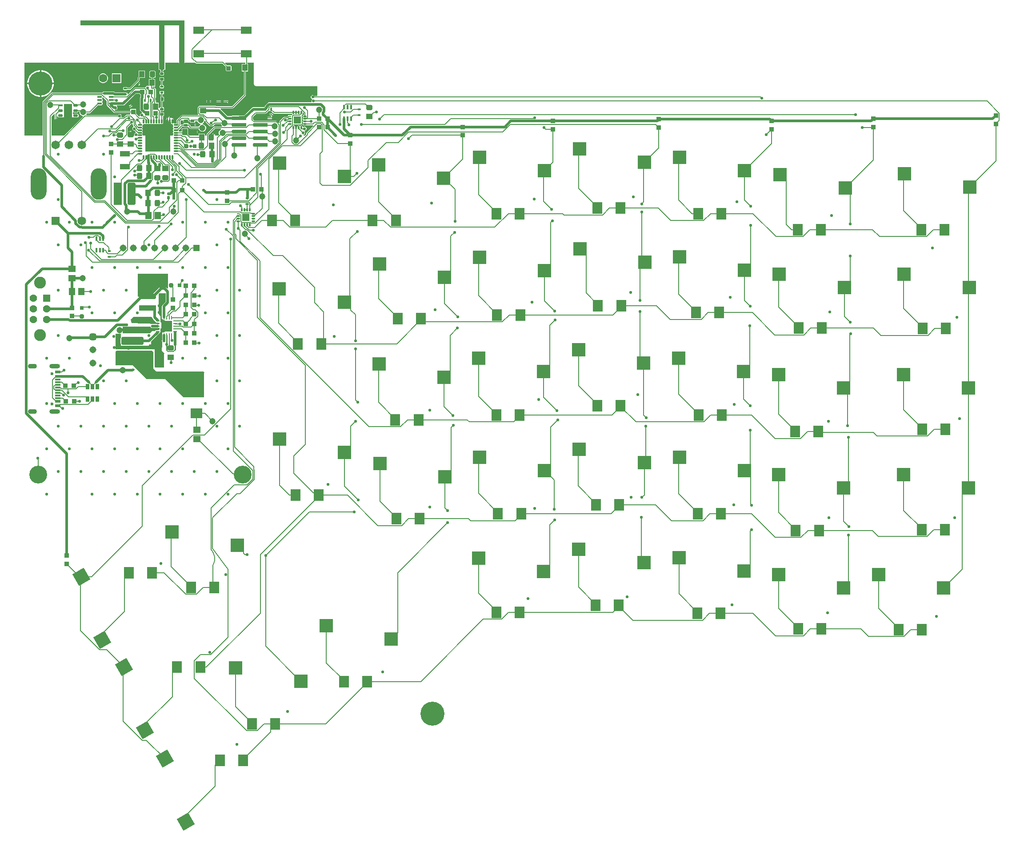
<source format=gtl>
G04*
G04 #@! TF.GenerationSoftware,Altium Limited,Altium Designer,24.5.2 (23)*
G04*
G04 Layer_Physical_Order=1*
G04 Layer_Color=255*
%FSLAX44Y44*%
%MOMM*%
G71*
G04*
G04 #@! TF.SameCoordinates,960C30EB-BCCC-465A-99A9-4967EBCBCE3C*
G04*
G04*
G04 #@! TF.FilePolarity,Positive*
G04*
G01*
G75*
%ADD13C,0.1524*%
%ADD14C,0.2540*%
%ADD21R,1.8796X2.2606*%
%ADD22R,2.5500X2.5000*%
G04:AMPARAMS|DCode=23|XSize=2.55mm|YSize=2.5mm|CornerRadius=0mm|HoleSize=0mm|Usage=FLASHONLY|Rotation=120.000|XOffset=0mm|YOffset=0mm|HoleType=Round|Shape=Rectangle|*
%AMROTATEDRECTD23*
4,1,4,1.7200,-0.4792,-0.4450,-1.7292,-1.7200,0.4792,0.4450,1.7292,1.7200,-0.4792,0.0*
%
%ADD23ROTATEDRECTD23*%

%ADD24R,0.9000X0.9000*%
G04:AMPARAMS|DCode=25|XSize=0.9mm|YSize=0.9mm|CornerRadius=0.225mm|HoleSize=0mm|Usage=FLASHONLY|Rotation=90.000|XOffset=0mm|YOffset=0mm|HoleType=Round|Shape=RoundedRectangle|*
%AMROUNDEDRECTD25*
21,1,0.9000,0.4500,0,0,90.0*
21,1,0.4500,0.9000,0,0,90.0*
1,1,0.4500,0.2250,0.2250*
1,1,0.4500,0.2250,-0.2250*
1,1,0.4500,-0.2250,-0.2250*
1,1,0.4500,-0.2250,0.2250*
%
%ADD25ROUNDEDRECTD25*%
%ADD26C,3.4000*%
G04:AMPARAMS|DCode=27|XSize=0.4mm|YSize=0.9mm|CornerRadius=0.1mm|HoleSize=0mm|Usage=FLASHONLY|Rotation=270.000|XOffset=0mm|YOffset=0mm|HoleType=Round|Shape=RoundedRectangle|*
%AMROUNDEDRECTD27*
21,1,0.4000,0.7000,0,0,270.0*
21,1,0.2000,0.9000,0,0,270.0*
1,1,0.2000,-0.3500,-0.1000*
1,1,0.2000,-0.3500,0.1000*
1,1,0.2000,0.3500,0.1000*
1,1,0.2000,0.3500,-0.1000*
%
%ADD27ROUNDEDRECTD27*%
%ADD28R,0.9000X0.4000*%
G04:AMPARAMS|DCode=30|XSize=0.6mm|YSize=0.26mm|CornerRadius=0.0325mm|HoleSize=0mm|Usage=FLASHONLY|Rotation=0.000|XOffset=0mm|YOffset=0mm|HoleType=Round|Shape=RoundedRectangle|*
%AMROUNDEDRECTD30*
21,1,0.6000,0.1950,0,0,0.0*
21,1,0.5350,0.2600,0,0,0.0*
1,1,0.0650,0.2675,-0.0975*
1,1,0.0650,-0.2675,-0.0975*
1,1,0.0650,-0.2675,0.0975*
1,1,0.0650,0.2675,0.0975*
%
%ADD30ROUNDEDRECTD30*%
%ADD31R,0.6000X0.2600*%
G04:AMPARAMS|DCode=32|XSize=0.6mm|YSize=0.26mm|CornerRadius=0.0325mm|HoleSize=0mm|Usage=FLASHONLY|Rotation=90.000|XOffset=0mm|YOffset=0mm|HoleType=Round|Shape=RoundedRectangle|*
%AMROUNDEDRECTD32*
21,1,0.6000,0.1950,0,0,90.0*
21,1,0.5350,0.2600,0,0,90.0*
1,1,0.0650,0.0975,0.2675*
1,1,0.0650,0.0975,-0.2675*
1,1,0.0650,-0.0975,-0.2675*
1,1,0.0650,-0.0975,0.2675*
%
%ADD32ROUNDEDRECTD32*%
G04:AMPARAMS|DCode=33|XSize=0.8mm|YSize=0.8mm|CornerRadius=0.2mm|HoleSize=0mm|Usage=FLASHONLY|Rotation=270.000|XOffset=0mm|YOffset=0mm|HoleType=Round|Shape=RoundedRectangle|*
%AMROUNDEDRECTD33*
21,1,0.8000,0.4000,0,0,270.0*
21,1,0.4000,0.8000,0,0,270.0*
1,1,0.4000,-0.2000,-0.2000*
1,1,0.4000,-0.2000,0.2000*
1,1,0.4000,0.2000,0.2000*
1,1,0.4000,0.2000,-0.2000*
%
%ADD33ROUNDEDRECTD33*%
%ADD34R,0.8000X0.8000*%
%ADD35R,0.4000X0.6000*%
G04:AMPARAMS|DCode=36|XSize=0.6mm|YSize=0.4mm|CornerRadius=0.1mm|HoleSize=0mm|Usage=FLASHONLY|Rotation=90.000|XOffset=0mm|YOffset=0mm|HoleType=Round|Shape=RoundedRectangle|*
%AMROUNDEDRECTD36*
21,1,0.6000,0.2000,0,0,90.0*
21,1,0.4000,0.4000,0,0,90.0*
1,1,0.2000,0.1000,0.2000*
1,1,0.2000,0.1000,-0.2000*
1,1,0.2000,-0.1000,-0.2000*
1,1,0.2000,-0.1000,0.2000*
%
%ADD36ROUNDEDRECTD36*%
%ADD37R,0.6000X0.4000*%
G04:AMPARAMS|DCode=38|XSize=0.6mm|YSize=0.4mm|CornerRadius=0.1mm|HoleSize=0mm|Usage=FLASHONLY|Rotation=180.000|XOffset=0mm|YOffset=0mm|HoleType=Round|Shape=RoundedRectangle|*
%AMROUNDEDRECTD38*
21,1,0.6000,0.2000,0,0,180.0*
21,1,0.4000,0.4000,0,0,180.0*
1,1,0.2000,-0.2000,0.1000*
1,1,0.2000,0.2000,0.1000*
1,1,0.2000,0.2000,-0.1000*
1,1,0.2000,-0.2000,-0.1000*
%
%ADD38ROUNDEDRECTD38*%
%ADD39R,0.8600X0.2600*%
G04:AMPARAMS|DCode=40|XSize=0.26mm|YSize=0.86mm|CornerRadius=0.065mm|HoleSize=0mm|Usage=FLASHONLY|Rotation=270.000|XOffset=0mm|YOffset=0mm|HoleType=Round|Shape=RoundedRectangle|*
%AMROUNDEDRECTD40*
21,1,0.2600,0.7300,0,0,270.0*
21,1,0.1300,0.8600,0,0,270.0*
1,1,0.1300,-0.3650,-0.0650*
1,1,0.1300,-0.3650,0.0650*
1,1,0.1300,0.3650,0.0650*
1,1,0.1300,0.3650,-0.0650*
%
%ADD40ROUNDEDRECTD40*%
G04:AMPARAMS|DCode=41|XSize=0.26mm|YSize=0.86mm|CornerRadius=0.065mm|HoleSize=0mm|Usage=FLASHONLY|Rotation=180.000|XOffset=0mm|YOffset=0mm|HoleType=Round|Shape=RoundedRectangle|*
%AMROUNDEDRECTD41*
21,1,0.2600,0.7300,0,0,180.0*
21,1,0.1300,0.8600,0,0,180.0*
1,1,0.1300,-0.0650,0.3650*
1,1,0.1300,0.0650,0.3650*
1,1,0.1300,0.0650,-0.3650*
1,1,0.1300,-0.0650,-0.3650*
%
%ADD41ROUNDEDRECTD41*%
%ADD42R,1.1400X0.6000*%
%ADD43R,1.1400X0.3000*%
%ADD44R,2.1000X1.4000*%
G04:AMPARAMS|DCode=45|XSize=0.24mm|YSize=0.6mm|CornerRadius=0.0324mm|HoleSize=0mm|Usage=FLASHONLY|Rotation=90.000|XOffset=0mm|YOffset=0mm|HoleType=Round|Shape=RoundedRectangle|*
%AMROUNDEDRECTD45*
21,1,0.2400,0.5352,0,0,90.0*
21,1,0.1752,0.6000,0,0,90.0*
1,1,0.0648,0.2676,0.0876*
1,1,0.0648,0.2676,-0.0876*
1,1,0.0648,-0.2676,-0.0876*
1,1,0.0648,-0.2676,0.0876*
%
%ADD45ROUNDEDRECTD45*%
G04:AMPARAMS|DCode=46|XSize=0.6mm|YSize=0.24mm|CornerRadius=0.06mm|HoleSize=0mm|Usage=FLASHONLY|Rotation=90.000|XOffset=0mm|YOffset=0mm|HoleType=Round|Shape=RoundedRectangle|*
%AMROUNDEDRECTD46*
21,1,0.6000,0.1200,0,0,90.0*
21,1,0.4800,0.2400,0,0,90.0*
1,1,0.1200,0.0600,0.2400*
1,1,0.1200,0.0600,-0.2400*
1,1,0.1200,-0.0600,-0.2400*
1,1,0.1200,-0.0600,0.2400*
%
%ADD46ROUNDEDRECTD46*%
G04:AMPARAMS|DCode=47|XSize=0.6mm|YSize=0.24mm|CornerRadius=0.0324mm|HoleSize=0mm|Usage=FLASHONLY|Rotation=90.000|XOffset=0mm|YOffset=0mm|HoleType=Round|Shape=RoundedRectangle|*
%AMROUNDEDRECTD47*
21,1,0.6000,0.1752,0,0,90.0*
21,1,0.5352,0.2400,0,0,90.0*
1,1,0.0648,0.0876,0.2676*
1,1,0.0648,0.0876,-0.2676*
1,1,0.0648,-0.0876,-0.2676*
1,1,0.0648,-0.0876,0.2676*
%
%ADD47ROUNDEDRECTD47*%
%ADD48R,0.4000X0.9000*%
G04:AMPARAMS|DCode=49|XSize=0.4mm|YSize=0.9mm|CornerRadius=0.1mm|HoleSize=0mm|Usage=FLASHONLY|Rotation=180.000|XOffset=0mm|YOffset=0mm|HoleType=Round|Shape=RoundedRectangle|*
%AMROUNDEDRECTD49*
21,1,0.4000,0.7000,0,0,180.0*
21,1,0.2000,0.9000,0,0,180.0*
1,1,0.2000,-0.1000,0.3500*
1,1,0.2000,0.1000,0.3500*
1,1,0.2000,0.1000,-0.3500*
1,1,0.2000,-0.1000,-0.3500*
%
%ADD49ROUNDEDRECTD49*%
G04:AMPARAMS|DCode=50|XSize=1.2mm|YSize=1mm|CornerRadius=0.25mm|HoleSize=0mm|Usage=FLASHONLY|Rotation=180.000|XOffset=0mm|YOffset=0mm|HoleType=Round|Shape=RoundedRectangle|*
%AMROUNDEDRECTD50*
21,1,1.2000,0.5000,0,0,180.0*
21,1,0.7000,1.0000,0,0,180.0*
1,1,0.5000,-0.3500,0.2500*
1,1,0.5000,0.3500,0.2500*
1,1,0.5000,0.3500,-0.2500*
1,1,0.5000,-0.3500,-0.2500*
%
%ADD50ROUNDEDRECTD50*%
%ADD51R,1.2000X1.0000*%
G04:AMPARAMS|DCode=52|XSize=0.9mm|YSize=0.9mm|CornerRadius=0.225mm|HoleSize=0mm|Usage=FLASHONLY|Rotation=180.000|XOffset=0mm|YOffset=0mm|HoleType=Round|Shape=RoundedRectangle|*
%AMROUNDEDRECTD52*
21,1,0.9000,0.4500,0,0,180.0*
21,1,0.4500,0.9000,0,0,180.0*
1,1,0.4500,-0.2250,0.2250*
1,1,0.4500,0.2250,0.2250*
1,1,0.4500,0.2250,-0.2250*
1,1,0.4500,-0.2250,-0.2250*
%
%ADD52ROUNDEDRECTD52*%
%ADD53R,0.9000X0.9000*%
%ADD54R,3.2000X1.0000*%
G04:AMPARAMS|DCode=55|XSize=1mm|YSize=3.2mm|CornerRadius=0.25mm|HoleSize=0mm|Usage=FLASHONLY|Rotation=90.000|XOffset=0mm|YOffset=0mm|HoleType=Round|Shape=RoundedRectangle|*
%AMROUNDEDRECTD55*
21,1,1.0000,2.7000,0,0,90.0*
21,1,0.5000,3.2000,0,0,90.0*
1,1,0.5000,1.3500,0.2500*
1,1,0.5000,1.3500,-0.2500*
1,1,0.5000,-1.3500,-0.2500*
1,1,0.5000,-1.3500,0.2500*
%
%ADD55ROUNDEDRECTD55*%
G04:AMPARAMS|DCode=56|XSize=1.2mm|YSize=1mm|CornerRadius=0.25mm|HoleSize=0mm|Usage=FLASHONLY|Rotation=90.000|XOffset=0mm|YOffset=0mm|HoleType=Round|Shape=RoundedRectangle|*
%AMROUNDEDRECTD56*
21,1,1.2000,0.5000,0,0,90.0*
21,1,0.7000,1.0000,0,0,90.0*
1,1,0.5000,0.2500,0.3500*
1,1,0.5000,0.2500,-0.3500*
1,1,0.5000,-0.2500,-0.3500*
1,1,0.5000,-0.2500,0.3500*
%
%ADD56ROUNDEDRECTD56*%
%ADD57R,1.0000X1.2000*%
%ADD58R,4.3000X1.6000*%
G04:AMPARAMS|DCode=59|XSize=1.6mm|YSize=4.3mm|CornerRadius=0.4mm|HoleSize=0mm|Usage=FLASHONLY|Rotation=90.000|XOffset=0mm|YOffset=0mm|HoleType=Round|Shape=RoundedRectangle|*
%AMROUNDEDRECTD59*
21,1,1.6000,3.5000,0,0,90.0*
21,1,0.8000,4.3000,0,0,90.0*
1,1,0.8000,1.7500,0.4000*
1,1,0.8000,1.7500,-0.4000*
1,1,0.8000,-1.7500,-0.4000*
1,1,0.8000,-1.7500,0.4000*
%
%ADD59ROUNDEDRECTD59*%
G04:AMPARAMS|DCode=60|XSize=0.45mm|YSize=0.85mm|CornerRadius=0.1125mm|HoleSize=0mm|Usage=FLASHONLY|Rotation=90.000|XOffset=0mm|YOffset=0mm|HoleType=Round|Shape=RoundedRectangle|*
%AMROUNDEDRECTD60*
21,1,0.4500,0.6250,0,0,90.0*
21,1,0.2250,0.8500,0,0,90.0*
1,1,0.2250,0.3125,0.1125*
1,1,0.2250,0.3125,-0.1125*
1,1,0.2250,-0.3125,-0.1125*
1,1,0.2250,-0.3125,0.1125*
%
%ADD60ROUNDEDRECTD60*%
%ADD61R,0.8500X0.4500*%
%ADD62R,1.1600X1.4700*%
%ADD63R,0.6858X0.5842*%
G04:AMPARAMS|DCode=64|XSize=1.6mm|YSize=4.3mm|CornerRadius=0.4mm|HoleSize=0mm|Usage=FLASHONLY|Rotation=0.000|XOffset=0mm|YOffset=0mm|HoleType=Round|Shape=RoundedRectangle|*
%AMROUNDEDRECTD64*
21,1,1.6000,3.5000,0,0,0.0*
21,1,0.8000,4.3000,0,0,0.0*
1,1,0.8000,0.4000,-1.7500*
1,1,0.8000,-0.4000,-1.7500*
1,1,0.8000,-0.4000,1.7500*
1,1,0.8000,0.4000,1.7500*
%
%ADD64ROUNDEDRECTD64*%
%ADD65R,1.6000X4.3000*%
%ADD66R,1.9000X1.1000*%
%ADD67R,0.6400X0.4700*%
G04:AMPARAMS|DCode=68|XSize=0.64mm|YSize=0.47mm|CornerRadius=0.1175mm|HoleSize=0mm|Usage=FLASHONLY|Rotation=180.000|XOffset=0mm|YOffset=0mm|HoleType=Round|Shape=RoundedRectangle|*
%AMROUNDEDRECTD68*
21,1,0.6400,0.2350,0,0,180.0*
21,1,0.4050,0.4700,0,0,180.0*
1,1,0.2350,-0.2025,0.1175*
1,1,0.2350,0.2025,0.1175*
1,1,0.2350,0.2025,-0.1175*
1,1,0.2350,-0.2025,-0.1175*
%
%ADD68ROUNDEDRECTD68*%
%ADD69R,0.5000X0.6400*%
G04:AMPARAMS|DCode=70|XSize=0.64mm|YSize=0.5mm|CornerRadius=0.125mm|HoleSize=0mm|Usage=FLASHONLY|Rotation=270.000|XOffset=0mm|YOffset=0mm|HoleType=Round|Shape=RoundedRectangle|*
%AMROUNDEDRECTD70*
21,1,0.6400,0.2500,0,0,270.0*
21,1,0.3900,0.5000,0,0,270.0*
1,1,0.2500,-0.1250,-0.1950*
1,1,0.2500,-0.1250,0.1950*
1,1,0.2500,0.1250,0.1950*
1,1,0.2500,0.1250,-0.1950*
%
%ADD70ROUNDEDRECTD70*%
G04:AMPARAMS|DCode=71|XSize=0.8mm|YSize=0.8mm|CornerRadius=0.2mm|HoleSize=0mm|Usage=FLASHONLY|Rotation=0.000|XOffset=0mm|YOffset=0mm|HoleType=Round|Shape=RoundedRectangle|*
%AMROUNDEDRECTD71*
21,1,0.8000,0.4000,0,0,0.0*
21,1,0.4000,0.8000,0,0,0.0*
1,1,0.4000,0.2000,-0.2000*
1,1,0.4000,-0.2000,-0.2000*
1,1,0.4000,-0.2000,0.2000*
1,1,0.4000,0.2000,0.2000*
%
%ADD71ROUNDEDRECTD71*%
%ADD72R,0.8000X0.8000*%
%ADD73R,1.4700X1.1600*%
%ADD74R,2.2606X1.8796*%
%ADD75R,0.7000X1.0000*%
%ADD76R,0.4700X0.6400*%
G04:AMPARAMS|DCode=77|XSize=0.64mm|YSize=0.47mm|CornerRadius=0.1175mm|HoleSize=0mm|Usage=FLASHONLY|Rotation=270.000|XOffset=0mm|YOffset=0mm|HoleType=Round|Shape=RoundedRectangle|*
%AMROUNDEDRECTD77*
21,1,0.6400,0.2350,0,0,270.0*
21,1,0.4050,0.4700,0,0,270.0*
1,1,0.2350,-0.1175,-0.2025*
1,1,0.2350,-0.1175,0.2025*
1,1,0.2350,0.1175,0.2025*
1,1,0.2350,0.1175,-0.2025*
%
%ADD77ROUNDEDRECTD77*%
G04:AMPARAMS|DCode=78|XSize=2.794mm|YSize=0.7366mm|CornerRadius=0.1842mm|HoleSize=0mm|Usage=FLASHONLY|Rotation=0.000|XOffset=0mm|YOffset=0mm|HoleType=Round|Shape=RoundedRectangle|*
%AMROUNDEDRECTD78*
21,1,2.7940,0.3683,0,0,0.0*
21,1,2.4257,0.7366,0,0,0.0*
1,1,0.3683,1.2129,-0.1842*
1,1,0.3683,-1.2129,-0.1842*
1,1,0.3683,-1.2129,0.1842*
1,1,0.3683,1.2129,0.1842*
%
%ADD78ROUNDEDRECTD78*%
G04:AMPARAMS|DCode=79|XSize=2.794mm|YSize=0.6604mm|CornerRadius=0.1651mm|HoleSize=0mm|Usage=FLASHONLY|Rotation=0.000|XOffset=0mm|YOffset=0mm|HoleType=Round|Shape=RoundedRectangle|*
%AMROUNDEDRECTD79*
21,1,2.7940,0.3302,0,0,0.0*
21,1,2.4638,0.6604,0,0,0.0*
1,1,0.3302,1.2319,-0.1651*
1,1,0.3302,-1.2319,-0.1651*
1,1,0.3302,-1.2319,0.1651*
1,1,0.3302,1.2319,0.1651*
%
%ADD79ROUNDEDRECTD79*%
%ADD155C,1.2000*%
%ADD156R,1.4500X1.4500*%
%ADD157R,4.7000X4.7000*%
%ADD158R,2.0500X2.0500*%
%ADD159R,1.6000X2.5000*%
%ADD160R,1.0160X2.5400*%
%ADD161C,0.5080*%
%ADD162C,0.3142*%
%ADD163C,0.3863*%
%ADD164C,0.2457*%
%ADD165C,0.2763*%
%ADD166C,0.4488*%
%ADD167C,1.3080*%
G04:AMPARAMS|DCode=168|XSize=1.308mm|YSize=1.308mm|CornerRadius=0.327mm|HoleSize=0mm|Usage=FLASHONLY|Rotation=90.000|XOffset=0mm|YOffset=0mm|HoleType=Round|Shape=RoundedRectangle|*
%AMROUNDEDRECTD168*
21,1,1.3080,0.6540,0,0,90.0*
21,1,0.6540,1.3080,0,0,90.0*
1,1,0.6540,0.3270,0.3270*
1,1,0.6540,0.3270,-0.3270*
1,1,0.6540,-0.3270,-0.3270*
1,1,0.6540,-0.3270,0.3270*
%
%ADD168ROUNDEDRECTD168*%
%ADD169C,1.6000*%
%ADD170R,1.6000X1.6000*%
%ADD171C,0.5000*%
%ADD172C,0.6000*%
%ADD173O,2.0000X0.9000*%
%ADD174O,1.7000X0.9000*%
%ADD175R,1.4380X1.4380*%
%ADD176C,1.4380*%
%ADD177C,2.2650*%
%ADD178C,0.3000*%
%ADD179R,1.3080X1.3080*%
%ADD180R,1.6500X1.6500*%
%ADD181C,1.6500*%
%ADD182O,3.0000X6.0000*%
%ADD183C,4.5720*%
%ADD184C,0.5334*%
%ADD185C,0.5842*%
G36*
X310642Y910336D02*
X300482D01*
Y980440D01*
X272796D01*
Y910336D01*
X262636D01*
Y980440D01*
X112014D01*
Y990346D01*
X310642D01*
Y910336D01*
D02*
G37*
G36*
X426862Y907192D02*
X419802D01*
Y893160D01*
X423893D01*
Y848939D01*
X401459Y826505D01*
X371767D01*
X371604Y826667D01*
X370243Y827231D01*
X338957D01*
X337597Y826667D01*
X336555Y825626D01*
X335992Y824265D01*
Y812792D01*
X336555Y811431D01*
X336776Y811210D01*
X336192Y809802D01*
X305748D01*
X304387Y809239D01*
X295659Y800511D01*
X295096Y799150D01*
Y793757D01*
X291075D01*
X290215Y794237D01*
X289735Y795098D01*
Y801804D01*
X289207Y803079D01*
X287932Y803607D01*
X286632D01*
X286456Y803534D01*
X285593Y804827D01*
X285841Y805074D01*
X286404Y806435D01*
Y807720D01*
X285841Y809081D01*
X284480Y809644D01*
X283119Y809081D01*
X282556Y807720D01*
X281833Y807179D01*
X281257Y807288D01*
X280196Y807738D01*
X279745Y808827D01*
X278384Y809390D01*
X277023Y808827D01*
X276460Y807466D01*
Y803053D01*
X275921Y802515D01*
X275377Y801201D01*
X275358Y801154D01*
X275358Y801154D01*
Y801154D01*
X275674Y800390D01*
X275921Y799793D01*
X277282Y799229D01*
X278410Y799697D01*
X278934Y799687D01*
X280221Y799217D01*
X280496Y798489D01*
X280377Y798201D01*
X280357Y798154D01*
X280921Y796793D01*
X280968Y796774D01*
X282282Y796229D01*
X283305Y796653D01*
X284398Y796176D01*
X284829Y795824D01*
Y794504D01*
X285357Y793229D01*
X286632Y792701D01*
X287339D01*
X288199Y792221D01*
X288679Y791360D01*
Y790654D01*
X289207Y789379D01*
X289207Y788229D01*
X288679Y786954D01*
Y785654D01*
X289207Y784379D01*
X289207Y783229D01*
X288679Y781954D01*
Y780654D01*
X289207Y779379D01*
X289207Y778229D01*
X288679Y776954D01*
Y775654D01*
X289207Y774379D01*
X289207Y773229D01*
X288679Y771954D01*
Y770890D01*
X281127D01*
X280565Y772247D01*
X279147Y773665D01*
X278269Y774028D01*
Y775678D01*
X279147Y776041D01*
X280565Y777459D01*
X281221Y779044D01*
X276292D01*
Y780314D01*
X275022D01*
Y785243D01*
X273437Y784587D01*
X272019Y783169D01*
X271529Y781985D01*
X269879D01*
X269389Y783169D01*
X267971Y784587D01*
X266386Y785243D01*
Y780314D01*
X263846D01*
Y785243D01*
X262261Y784587D01*
X260843Y783169D01*
X260353Y781985D01*
X258703D01*
X258213Y783169D01*
X256795Y784587D01*
X255210Y785243D01*
Y780314D01*
X252670D01*
Y785243D01*
X251085Y784587D01*
X249667Y783169D01*
X249483Y782725D01*
X247834D01*
X247545Y783423D01*
X246127Y784841D01*
X244542Y785497D01*
Y780568D01*
X243272D01*
Y779298D01*
X238343D01*
X238999Y777713D01*
X240417Y776295D01*
X242059Y775615D01*
X242129Y775136D01*
Y774570D01*
X242059Y774091D01*
X240417Y773411D01*
X238999Y771993D01*
X238542Y770890D01*
X230885D01*
Y771954D01*
X230357Y773229D01*
X230357Y774379D01*
X230885Y775654D01*
Y776954D01*
X230357Y778229D01*
X230357Y779379D01*
X230885Y780654D01*
Y781954D01*
X230357Y783229D01*
X230357Y784379D01*
X230885Y785654D01*
Y786954D01*
X230357Y788229D01*
X230357Y789379D01*
X230885Y790654D01*
Y791360D01*
X231365Y792221D01*
X232225Y792701D01*
X232932D01*
X234207Y793229D01*
X235357Y793229D01*
X236632Y792701D01*
X237932D01*
X239207Y793229D01*
X240357Y793229D01*
X241632Y792701D01*
X242932D01*
X244207Y793229D01*
X245357Y793229D01*
X246632Y792701D01*
X247932D01*
X249207Y793229D01*
X250357Y793229D01*
X251632Y792701D01*
X252932D01*
X254207Y793229D01*
X255357Y793229D01*
X256632Y792701D01*
X257932D01*
X259207Y793229D01*
X260357Y793229D01*
X261632Y792701D01*
X262932D01*
X264207Y793229D01*
X265357Y793229D01*
X266632Y792701D01*
X267932D01*
X269207Y793229D01*
X269735Y794504D01*
Y801804D01*
X269464Y802459D01*
Y807736D01*
X271678D01*
Y814468D01*
X265493D01*
X265170Y814950D01*
Y816147D01*
X265437Y817555D01*
X266579Y817555D01*
X269487D01*
X271164Y818250D01*
X271859Y819927D01*
Y822277D01*
X271164Y823954D01*
X269487Y824648D01*
X269387D01*
Y836326D01*
X271831D01*
Y844758D01*
X269387D01*
Y849750D01*
X271478D01*
Y855782D01*
X263446D01*
Y849750D01*
X265537D01*
Y844758D01*
X264799D01*
Y836326D01*
X265537D01*
Y824648D01*
X265437D01*
X263760Y823954D01*
X263741Y823909D01*
X261786Y823170D01*
X261594Y823265D01*
Y833278D01*
X255961D01*
Y844972D01*
X256118Y845351D01*
Y859045D01*
X255555Y860406D01*
X254372Y861588D01*
X253011Y862152D01*
X249744D01*
X249688Y862207D01*
Y864204D01*
X254542D01*
Y878236D01*
X251446D01*
Y880645D01*
X252022D01*
X253394Y880918D01*
X254557Y881695D01*
X255334Y882858D01*
X255607Y884230D01*
Y891230D01*
X255334Y892602D01*
X254557Y893765D01*
X253394Y894542D01*
X252022Y894815D01*
X247022D01*
X245650Y894542D01*
X244487Y893765D01*
X243710Y892602D01*
X243437Y891230D01*
Y884230D01*
X243710Y882858D01*
X244487Y881695D01*
X245650Y880918D01*
X247022Y880645D01*
X247598D01*
Y878236D01*
X242510D01*
Y866177D01*
X240986Y865158D01*
X240763Y865251D01*
X239297D01*
X237944Y864690D01*
X236908Y863654D01*
X236692Y863135D01*
X235086Y862150D01*
X216397D01*
X215036Y861587D01*
X203290Y849841D01*
X201882Y850424D01*
Y852226D01*
X199753D01*
X199254Y852560D01*
X197866Y852836D01*
X178701D01*
X177955Y853582D01*
X176779Y854368D01*
X175391Y854643D01*
X175391Y854643D01*
X156983D01*
X155596Y854368D01*
X154419Y853582D01*
X153992Y852942D01*
X58642D01*
X57281Y852379D01*
X40645Y835743D01*
X40082Y834382D01*
Y770890D01*
X5588D01*
Y909828D01*
X261620D01*
Y896112D01*
X263038D01*
X263062Y896098D01*
X263589Y896031D01*
X263916Y895890D01*
X264233Y895633D01*
X264556Y895209D01*
X264869Y894587D01*
X265147Y893757D01*
X265372Y892744D01*
X265449Y891993D01*
X263841Y891327D01*
X263146Y889650D01*
Y887300D01*
X263841Y885624D01*
X265518Y884929D01*
X269568D01*
X271245Y885624D01*
X271940Y887300D01*
Y889650D01*
X271245Y891327D01*
X269612Y892004D01*
X269711Y892726D01*
X269939Y893757D01*
X270218Y894587D01*
X270530Y895210D01*
X270854Y895633D01*
X271171Y895890D01*
X271497Y896031D01*
X272024Y896098D01*
X272049Y896112D01*
X273812D01*
Y909828D01*
X299593D01*
X299704Y909558D01*
X300482Y909236D01*
X310642D01*
X311420Y909558D01*
X311531Y909828D01*
X331158D01*
X332056Y908930D01*
X333417Y908366D01*
X382406D01*
X389109Y901663D01*
X389008Y901156D01*
Y896656D01*
X389262Y895382D01*
X389983Y894301D01*
X391064Y893579D01*
X392338Y893326D01*
X396838D01*
X398112Y893579D01*
X399193Y894301D01*
X399915Y895382D01*
X400168Y896656D01*
Y901156D01*
X399915Y902430D01*
X399193Y903511D01*
X398112Y904232D01*
X396838Y904486D01*
X392338D01*
X391831Y904385D01*
X387796Y908420D01*
X388379Y909828D01*
X426862D01*
Y907192D01*
D02*
G37*
G36*
X271205Y897102D02*
X270596Y896840D01*
X270059Y896405D01*
X269594Y895795D01*
X269200Y895011D01*
X268878Y894052D01*
X268627Y892919D01*
X268448Y891612D01*
X268341Y890131D01*
X268305Y888475D01*
X266781D01*
X266745Y890131D01*
X266459Y892919D01*
X266208Y894052D01*
X265886Y895011D01*
X265493Y895795D01*
X265027Y896405D01*
X264490Y896840D01*
X263882Y897102D01*
X263202Y897189D01*
X271885D01*
X271205Y897102D01*
D02*
G37*
G36*
X442906Y868735D02*
X443182Y867348D01*
X443968Y866171D01*
X445145Y865386D01*
X446532Y865110D01*
X563626D01*
Y852170D01*
Y846220D01*
X558179D01*
X558112Y846382D01*
X557076Y847418D01*
X555723Y847979D01*
X554257D01*
X552904Y847418D01*
X551868Y846382D01*
X551307Y845029D01*
Y843563D01*
X551868Y842210D01*
X552904Y841174D01*
X553490Y840931D01*
X553587Y840745D01*
X553755Y839205D01*
X553138Y838587D01*
X552577Y837234D01*
Y835768D01*
X552718Y835428D01*
X551700Y833904D01*
X471461D01*
X471461Y833904D01*
X470073Y833628D01*
X468897Y832842D01*
X468897Y832842D01*
X464740Y828685D01*
X463954Y827509D01*
X463678Y826121D01*
X462602Y825198D01*
X461384D01*
Y824808D01*
X441579D01*
X440191Y824532D01*
X439015Y823746D01*
X439015Y823746D01*
X424368Y809098D01*
X402146D01*
X399958Y808193D01*
X399792Y807790D01*
X392460D01*
X379158Y821092D01*
X379099Y821132D01*
X379561Y822655D01*
X402256D01*
X403616Y823219D01*
X427179Y846781D01*
X427742Y848142D01*
Y893160D01*
X431834D01*
Y907192D01*
X430710D01*
Y909828D01*
X442906D01*
Y868735D01*
D02*
G37*
G36*
X225450Y849343D02*
X226428Y848689D01*
Y843976D01*
X226172Y843592D01*
X225896Y842205D01*
X225896Y842205D01*
Y820254D01*
X225896Y820254D01*
X226172Y818866D01*
X226958Y817690D01*
X229883Y814765D01*
X229252Y813241D01*
X228598D01*
X227244Y812680D01*
X226208Y811644D01*
X225647Y810291D01*
Y808826D01*
X224738Y807092D01*
X224580Y807047D01*
X224146Y807150D01*
X218368Y812928D01*
Y821238D01*
X207336D01*
Y817646D01*
X178406D01*
X177316Y818737D01*
X177899Y820145D01*
X178336D01*
X178591Y820039D01*
X180057D01*
X181410Y820600D01*
X182446Y821636D01*
X183007Y822989D01*
Y824455D01*
X182446Y825808D01*
X181704Y826550D01*
X182079Y827925D01*
X182171Y828074D01*
X193977D01*
X193977Y828074D01*
X195365Y828350D01*
X196541Y829136D01*
X217727Y850322D01*
X224795D01*
X225450Y849343D01*
D02*
G37*
G36*
X110332Y813944D02*
X111400Y811366D01*
X113374Y809392D01*
X115952Y808324D01*
X116619D01*
X117202Y806916D01*
X81176Y770890D01*
X57066D01*
Y806942D01*
X62200Y812076D01*
X62269Y812060D01*
X63608Y811328D01*
Y799338D01*
X64171Y797977D01*
X65532Y797413D01*
X66893Y797977D01*
X67456Y799338D01*
Y807461D01*
X68958Y807517D01*
X69636Y805878D01*
X71275Y805200D01*
X77525D01*
X78360Y805546D01*
X79884Y805126D01*
X80402Y805126D01*
X97916Y805126D01*
X99440Y805546D01*
X100275Y805200D01*
X106525D01*
X108164Y805878D01*
X108842Y807517D01*
Y809767D01*
X108164Y811406D01*
X106525Y812084D01*
X100275D01*
X99440Y811738D01*
X97916Y812676D01*
Y814608D01*
X99440Y815546D01*
X100275Y815200D01*
X106525D01*
X108164Y815878D01*
X108511Y816718D01*
X110332D01*
Y813944D01*
D02*
G37*
G36*
X162563Y836609D02*
Y828843D01*
X163127Y827482D01*
X176248Y814361D01*
X177609Y813798D01*
X207336D01*
Y810343D01*
X200318D01*
X198957Y809779D01*
X194632Y805453D01*
X191536D01*
X190518Y806977D01*
X190627Y807241D01*
Y808707D01*
X190066Y810060D01*
X189030Y811096D01*
X187677Y811657D01*
X186211D01*
X184858Y811096D01*
X183822Y810060D01*
X183755Y809899D01*
X123820D01*
X123237Y811307D01*
X123296Y811366D01*
X124145Y813416D01*
X129906D01*
X131267Y813979D01*
X145806Y828518D01*
X152266D01*
X153809Y829157D01*
X154448Y830700D01*
Y832700D01*
X153892Y834042D01*
X153809Y834243D01*
Y835657D01*
X153892Y835858D01*
X154448Y837200D01*
Y839200D01*
X153892Y840542D01*
X153809Y840743D01*
Y842157D01*
X153892Y842358D01*
X154117Y842901D01*
X155856Y843317D01*
X162563Y836609D01*
D02*
G37*
G36*
X317087Y801551D02*
Y800519D01*
X317650Y799158D01*
X319085Y797723D01*
X320446Y797160D01*
X321716D01*
Y795147D01*
X330606D01*
Y798176D01*
X335087D01*
X335936Y796126D01*
X337910Y794152D01*
X340488Y793084D01*
X340990D01*
X341293Y791560D01*
X340704Y791316D01*
X338730Y789342D01*
X337947Y787450D01*
X329466D01*
X328745Y788975D01*
X328792Y789032D01*
X335026D01*
X336387Y789595D01*
X336950Y790956D01*
X336387Y792317D01*
X335026Y792880D01*
X326669D01*
X325308Y792317D01*
X324800Y791809D01*
X324236Y790448D01*
X324781Y789134D01*
X324800Y789087D01*
X325072Y788974D01*
X324769Y787450D01*
X323016D01*
X322597Y787869D01*
Y788902D01*
X322033Y790263D01*
X320487Y791809D01*
X319126Y792373D01*
X317856D01*
Y794385D01*
X308966D01*
Y792373D01*
X306276D01*
X304915Y791809D01*
X304058Y790951D01*
X302533Y791582D01*
Y795114D01*
X304058Y795794D01*
X305054Y795381D01*
X305929D01*
X307290Y795945D01*
X308504Y797160D01*
X313411D01*
X314772Y797723D01*
X315336Y799084D01*
X314772Y800445D01*
X315341Y801859D01*
X316779D01*
X317087Y801551D01*
D02*
G37*
G36*
X472857Y817639D02*
X474400Y817000D01*
X475861D01*
X479771Y813089D01*
X481132Y812525D01*
X515649D01*
X516034Y811076D01*
X515120Y809916D01*
X507414D01*
Y808006D01*
X505871Y806462D01*
X500881D01*
X499520Y805898D01*
X492065Y798443D01*
X491502Y797082D01*
Y795481D01*
X490093Y794898D01*
X486928Y798063D01*
X485568Y798626D01*
X479632D01*
X479093Y798849D01*
X443861D01*
X441091Y801620D01*
Y806708D01*
X446656Y812273D01*
X464930D01*
X466290Y812836D01*
X471386Y817932D01*
X472857Y817639D01*
D02*
G37*
G36*
X212579Y791884D02*
Y790641D01*
X213142Y789280D01*
X213511Y788911D01*
X213153Y787114D01*
X212889Y787004D01*
X211853Y785968D01*
X211293Y784614D01*
Y783149D01*
X211853Y781796D01*
X212889Y780760D01*
X214243Y780199D01*
X215708D01*
X215784Y780230D01*
X218095Y777920D01*
X218002Y777297D01*
X217582Y776277D01*
X216514Y775835D01*
X215478Y774799D01*
X214917Y773445D01*
Y771980D01*
X214189Y770890D01*
X211050D01*
X210203Y772157D01*
X210205Y772160D01*
X209641Y773521D01*
X208553Y774608D01*
Y781685D01*
X207990Y783046D01*
X206629Y783609D01*
X205268Y783046D01*
X204704Y781685D01*
Y773811D01*
X205268Y772450D01*
X205420Y772298D01*
X204837Y770890D01*
X203404D01*
X202386Y772414D01*
X202426Y772512D01*
Y786191D01*
X208761Y792526D01*
X208909Y792464D01*
X210374D01*
X211054Y792746D01*
X212579Y791884D01*
D02*
G37*
G36*
X308966Y786511D02*
X317856D01*
X317856Y786511D01*
Y786511D01*
X319195Y785992D01*
X319312Y785711D01*
X320858Y784165D01*
X322219Y783602D01*
X337816D01*
X338730Y781394D01*
X339316Y780807D01*
X338453Y779515D01*
X338074Y779672D01*
X337767Y779546D01*
X329351D01*
X329044Y779672D01*
X327683Y779109D01*
X327120Y777748D01*
X327683Y776387D01*
X327810Y776260D01*
X329171Y775696D01*
X337358D01*
X337786Y774350D01*
X337786Y774173D01*
Y770890D01*
X320123D01*
X317560Y773454D01*
Y784764D01*
X305528D01*
Y778228D01*
X299898D01*
X299212Y779752D01*
X299585Y780654D01*
Y781036D01*
X307073Y788523D01*
X308966D01*
Y786511D01*
D02*
G37*
G36*
X350423Y798703D02*
Y797552D01*
X350987Y796191D01*
X358229Y788949D01*
X359590Y788385D01*
X363272D01*
X364633Y788949D01*
X368525Y792841D01*
X380045D01*
X380894Y790792D01*
X382234Y789452D01*
X381603Y787927D01*
X367921D01*
X366560Y787364D01*
X353163Y773967D01*
X352599Y772606D01*
Y770890D01*
X349818D01*
Y774350D01*
X338679D01*
X338375Y775874D01*
X339308Y776260D01*
X339435Y776387D01*
X339999Y777748D01*
X339778Y778279D01*
X340083Y778654D01*
X341007Y779294D01*
X343282Y778352D01*
X346074D01*
X348652Y779420D01*
X350626Y781394D01*
X351694Y783972D01*
Y786764D01*
X350626Y789342D01*
X348652Y791316D01*
X346074Y792384D01*
X345572D01*
X345269Y793908D01*
X345858Y794152D01*
X347832Y796126D01*
X348900Y798704D01*
X350423Y798703D01*
D02*
G37*
G36*
X538205Y813427D02*
Y810026D01*
X537455D01*
X536429Y809601D01*
X536003Y808575D01*
Y806625D01*
X536429Y805599D01*
Y804601D01*
X536298Y804287D01*
X536003Y803575D01*
Y801625D01*
X536429Y800598D01*
Y799601D01*
X536298Y799287D01*
X536003Y798575D01*
Y796625D01*
X536429Y795599D01*
Y794601D01*
X536298Y794287D01*
X536003Y793575D01*
Y791625D01*
X536429Y790598D01*
X537455Y790173D01*
X542805D01*
X543831Y790598D01*
X543863Y790675D01*
X555258D01*
X555547Y790332D01*
X556029Y789291D01*
X543312Y776574D01*
X542748Y775213D01*
Y772976D01*
X540662Y770890D01*
X537790D01*
X537487Y772414D01*
X538534Y772848D01*
X539570Y773884D01*
X540131Y775237D01*
Y776703D01*
X539570Y778056D01*
X538997Y778630D01*
X539628Y780154D01*
X539982D01*
X541335Y780715D01*
X542371Y781751D01*
X542932Y783104D01*
Y784569D01*
X542371Y785923D01*
X541335Y786959D01*
X539982Y787520D01*
X538517D01*
X537163Y786959D01*
X535707Y787658D01*
Y788425D01*
X535281Y789451D01*
X534255Y789876D01*
X532305D01*
X531279Y789451D01*
X530281D01*
X529967Y789582D01*
X529255Y789876D01*
X527305D01*
X526278Y789451D01*
X525853Y788425D01*
Y787889D01*
X524329Y787240D01*
X523280Y787674D01*
X522230Y787240D01*
X520713Y787886D01*
X520706Y787890D01*
Y788425D01*
X520281Y789451D01*
X519255Y789876D01*
X519234D01*
X518133Y790302D01*
Y791834D01*
X534046D01*
Y808366D01*
X534046D01*
X533999Y809890D01*
X534192Y810217D01*
X534405Y810386D01*
X535281Y810749D01*
X535707Y811775D01*
Y813935D01*
X537115Y814518D01*
X538205Y813427D01*
D02*
G37*
G36*
X380051Y782554D02*
X379127Y782172D01*
X377153Y780198D01*
X376085Y777620D01*
Y774828D01*
X376934Y772779D01*
X375046Y770890D01*
X368538D01*
X367955Y772298D01*
X369661Y774004D01*
X370224Y775364D01*
Y775651D01*
X369661Y777012D01*
X368347Y777556D01*
X368300Y777576D01*
X366939Y777012D01*
X366920Y776965D01*
X366737Y776523D01*
X361104Y770890D01*
X357685D01*
X357054Y772414D01*
X368718Y784079D01*
X379748D01*
X380051Y782554D01*
D02*
G37*
G36*
X278892Y479911D02*
X277484Y479327D01*
X272295Y484516D01*
X271119Y485302D01*
X269732Y485578D01*
X269732Y485578D01*
X267732D01*
X267732Y485578D01*
X266344Y485302D01*
X265168Y484516D01*
X262708Y482056D01*
X261922Y480880D01*
X261849Y480513D01*
X249528Y468192D01*
X229030D01*
X229030Y468192D01*
X227642Y467916D01*
X226466Y467130D01*
X226466Y467130D01*
X223150Y463814D01*
X221742Y464397D01*
Y507746D01*
X278892D01*
Y479911D01*
D02*
G37*
G36*
X274662Y453856D02*
X268788Y447982D01*
X268002Y446805D01*
X267726Y445418D01*
X267726Y445418D01*
Y429016D01*
X267462Y428752D01*
Y421640D01*
X267716Y421386D01*
X269161Y420912D01*
X269450Y420214D01*
X270476Y419790D01*
X272228D01*
X273211Y418688D01*
X273394Y417921D01*
X272927Y417454D01*
X272505Y416436D01*
X276352D01*
Y413896D01*
X272505D01*
X272874Y413004D01*
X272645Y412357D01*
X272169Y411480D01*
X269240D01*
X264922Y415798D01*
Y426720D01*
X265176Y426974D01*
X262636Y429514D01*
Y430276D01*
X262128D01*
X261366Y431038D01*
X261112Y456946D01*
Y469520D01*
X262253Y470662D01*
X274662D01*
Y453856D01*
D02*
G37*
G36*
X251552Y420716D02*
X257140Y414112D01*
X261262Y414291D01*
X262531Y413068D01*
X262527Y412563D01*
X261227Y411379D01*
X257140Y411734D01*
X209550Y413512D01*
X208372Y420716D01*
X213198Y425542D01*
X248250D01*
X251552Y420716D01*
D02*
G37*
G36*
X246421Y405574D02*
X247457Y404537D01*
X248811Y403977D01*
X250276D01*
X250414Y404034D01*
X256620D01*
X256794Y403860D01*
X262890D01*
Y401320D01*
X262636Y401066D01*
X251968D01*
X244602Y394462D01*
X192786D01*
Y406488D01*
X199377D01*
X199515Y406431D01*
X200981D01*
X201519Y406654D01*
X245973D01*
X246421Y405574D01*
D02*
G37*
G36*
X269872Y403569D02*
X270890Y403991D01*
X271497Y404598D01*
X272136Y404835D01*
X273671Y404148D01*
X273897Y403541D01*
X273533Y402561D01*
X272927Y401954D01*
X272505Y400936D01*
X276352D01*
Y398396D01*
X272505D01*
X272872Y397510D01*
X272634Y396843D01*
X272163Y395986D01*
X268224D01*
X268168Y392057D01*
X268026Y391843D01*
X267750Y390456D01*
Y380798D01*
X267716Y380717D01*
Y379251D01*
X267978Y378620D01*
X267907Y373659D01*
X267716Y360172D01*
X272288Y355600D01*
X271780Y355092D01*
Y329184D01*
X256032D01*
X255778Y328930D01*
X254000Y330708D01*
Y363220D01*
X180086D01*
X179578Y363728D01*
Y370332D01*
X189484Y370332D01*
X247142D01*
Y378699D01*
X261955Y393512D01*
X262741Y394688D01*
X262847Y395222D01*
X263466Y395478D01*
X264922D01*
Y403227D01*
X265779Y403697D01*
X266446Y403936D01*
X267332Y403569D01*
Y407416D01*
X269872D01*
Y403569D01*
D02*
G37*
G36*
X189484Y392938D02*
Y385953D01*
X189357Y385763D01*
X188968Y383806D01*
Y375806D01*
X189357Y373849D01*
X189484Y373659D01*
Y370332D01*
X179578D01*
Y376428D01*
Y393192D01*
X189230D01*
X189484Y392938D01*
D02*
G37*
G36*
X251460Y358140D02*
Y326644D01*
X257048Y321056D01*
X347218D01*
X348488Y319786D01*
X347726Y319024D01*
Y272034D01*
X308356D01*
X273812Y306578D01*
X238506D01*
X212090Y332994D01*
X179609D01*
X179336Y359510D01*
X180746Y360934D01*
X248666D01*
X251460Y358140D01*
D02*
G37*
%LPC*%
G36*
X39920Y895350D02*
X37846D01*
Y871220D01*
X61976D01*
Y873294D01*
X60245Y879754D01*
X56901Y885546D01*
X52172Y890275D01*
X46380Y893619D01*
X39920Y895350D01*
D02*
G37*
G36*
X35306D02*
X33232D01*
X26772Y893619D01*
X20980Y890275D01*
X16251Y885546D01*
X12907Y879754D01*
X11176Y873294D01*
Y871220D01*
X35306D01*
Y895350D01*
D02*
G37*
G36*
X190118Y889126D02*
X172086D01*
Y871094D01*
X190118D01*
Y889126D01*
D02*
G37*
G36*
X157495D02*
X153909D01*
X150595Y887753D01*
X148059Y885217D01*
X146686Y881903D01*
Y878317D01*
X148059Y875003D01*
X150595Y872467D01*
X153909Y871094D01*
X157495D01*
X160809Y872467D01*
X163345Y875003D01*
X164718Y878317D01*
Y881903D01*
X163345Y885217D01*
X160809Y887753D01*
X157495Y889126D01*
D02*
G37*
G36*
X231026Y873145D02*
X229665Y872581D01*
X228646Y871561D01*
X224477D01*
X223116Y870997D01*
X219619Y867501D01*
X219056Y866140D01*
X219619Y864779D01*
X220980Y864215D01*
X222341Y864779D01*
X225274Y867712D01*
X229443D01*
X230804Y868276D01*
X232387Y869859D01*
X232951Y871220D01*
X232387Y872581D01*
X231026Y873145D01*
D02*
G37*
G36*
X235538Y894746D02*
X223506D01*
Y883436D01*
X222022Y881952D01*
X221458Y880591D01*
Y878156D01*
X221204Y877543D01*
Y877324D01*
X206015Y862135D01*
X201665D01*
X201409Y862753D01*
X199866Y863392D01*
X195866D01*
X194323Y862753D01*
X193684Y861210D01*
Y859210D01*
X194323Y857667D01*
X195866Y857028D01*
X199866D01*
X201409Y857667D01*
X201665Y858286D01*
X206812D01*
X208173Y858849D01*
X224489Y875166D01*
X225053Y876527D01*
Y877184D01*
X225307Y877797D01*
Y879794D01*
X226228Y880714D01*
X235538D01*
Y894746D01*
D02*
G37*
G36*
X271759Y881842D02*
X263327D01*
Y875110D01*
X265537D01*
Y866948D01*
X265462D01*
X263919Y866309D01*
X263280Y864766D01*
Y862766D01*
X263919Y861223D01*
X265462Y860584D01*
X269462D01*
X271005Y861223D01*
X271644Y862766D01*
Y864766D01*
X271005Y866309D01*
X269462Y866948D01*
X269387D01*
Y875110D01*
X271759D01*
Y881842D01*
D02*
G37*
G36*
X61976Y868680D02*
X37846D01*
Y844550D01*
X39920D01*
X46380Y846281D01*
X52172Y849625D01*
X56901Y854354D01*
X60245Y860146D01*
X61976Y866606D01*
Y868680D01*
D02*
G37*
G36*
X35306D02*
X11176D01*
Y866606D01*
X12907Y860146D01*
X16251Y854354D01*
X20980Y849625D01*
X26772Y846281D01*
X33232Y844550D01*
X35306D01*
Y868680D01*
D02*
G37*
G36*
X346202Y852824D02*
X344841Y852261D01*
X344277Y850900D01*
Y837254D01*
X343769Y836028D01*
X344314Y834714D01*
X344333Y834667D01*
X345694Y834103D01*
X345741Y834123D01*
X346032Y834243D01*
X391592D01*
X394838Y830997D01*
X396199Y830434D01*
X399034D01*
X400395Y830997D01*
X400959Y832358D01*
X400395Y833719D01*
X399034Y834283D01*
X396996D01*
X393750Y837529D01*
X392389Y838092D01*
X348126D01*
Y850900D01*
X347563Y852261D01*
X346202Y852824D01*
D02*
G37*
G36*
X242002Y785497D02*
X240417Y784841D01*
X238999Y783423D01*
X238343Y781838D01*
X242002D01*
Y785497D01*
D02*
G37*
G36*
X277562Y785243D02*
Y781584D01*
X281221D01*
X280565Y783169D01*
X279147Y784587D01*
X277562Y785243D01*
D02*
G37*
G36*
X212852Y833646D02*
X211491Y833083D01*
X206597Y828189D01*
X202948D01*
X201588Y827625D01*
X201331Y827369D01*
X200767Y826008D01*
X201312Y824694D01*
X201331Y824647D01*
X202692Y824083D01*
X202739Y824103D01*
X203311Y824340D01*
X207395D01*
X208755Y824904D01*
X214213Y830361D01*
X214776Y831722D01*
X214213Y833083D01*
X212852Y833646D01*
D02*
G37*
G36*
X475615Y813327D02*
X469773D01*
X468412Y812764D01*
X467849Y811403D01*
X468412Y810042D01*
X469773Y809479D01*
X474818D01*
X476546Y807750D01*
X475963Y806342D01*
X455168D01*
X453807Y805779D01*
X453553Y805525D01*
X452990Y804164D01*
X453534Y802850D01*
X453553Y802803D01*
X454914Y802240D01*
X454961Y802259D01*
X455527Y802494D01*
X481584D01*
X482945Y803057D01*
X483453Y803565D01*
X484016Y804926D01*
X483453Y806287D01*
X476976Y812764D01*
X475615Y813327D01*
D02*
G37*
%LPD*%
D13*
X366876Y-42253D02*
G03*
X366875Y-42257I1482J-355D01*
G01*
X367711Y-38763D02*
G03*
X367711Y-38767I1481J-359D01*
G01*
X365233Y-23939D02*
X365236Y-23945D01*
X366616Y-27277D01*
X367711Y-31741D01*
Y-38763D02*
Y-31741D01*
X366876Y-42253D02*
X367710Y-38767D01*
X365235Y-46562D02*
X366875Y-42257D01*
X364623Y-47540D02*
X365235Y-46562D01*
X364618Y-47546D02*
X364623Y-47540D01*
X364618Y-48011D02*
X364618Y-47546D01*
X361428Y-18586D02*
Y61644D01*
X365006Y-23547D02*
X365233Y-23939D01*
X361428Y-18586D02*
X362853Y-20011D01*
X365006Y-23547D01*
X363968Y-15988D02*
X366711Y-18731D01*
X364618Y-87758D02*
Y-48011D01*
X366711Y-18731D02*
X393573Y-55126D01*
Y-185229D02*
Y-55126D01*
X363968Y-15988D02*
Y42594D01*
X267462Y878394D02*
X267543Y878475D01*
X267462Y863766D02*
Y878394D01*
X267543Y888475D02*
X267543D01*
Y909655D02*
X267716Y909828D01*
X267543Y909401D02*
Y909655D01*
Y888475D02*
Y909401D01*
X405638Y733298D02*
Y750525D01*
X405384Y733044D02*
X405638Y733298D01*
X408477Y753364D02*
X414274D01*
X405638Y750525D02*
X408477Y753364D01*
X387858Y755904D02*
X398018Y766064D01*
X387858Y754380D02*
Y755904D01*
X398018Y766064D02*
X414274D01*
X389382Y730559D02*
Y752856D01*
X387858Y754380D02*
X389382Y752856D01*
X368484Y709661D02*
X389382Y730559D01*
X323774Y709661D02*
X368484D01*
X297670Y735766D02*
X323774Y709661D01*
X297670Y735766D02*
Y735766D01*
X297132Y736304D02*
X297670Y735766D01*
X386234Y764264D02*
X393114Y771144D01*
X385472Y764264D02*
X386234D01*
X380080Y758872D02*
X385472Y764264D01*
X380080Y744152D02*
Y758872D01*
Y744152D02*
X380267Y743965D01*
Y725036D02*
Y743965D01*
X385182Y766804D02*
X392062Y773684D01*
X384420Y766804D02*
X385182D01*
X377540Y759924D02*
X384420Y766804D01*
X377540Y743099D02*
Y759924D01*
Y743099D02*
X377727Y742913D01*
Y726088D02*
Y742913D01*
X166164Y551806D02*
Y557410D01*
Y551806D02*
X167132Y550838D01*
X142852Y571618D02*
Y574118D01*
Y571618D02*
X147646Y566824D01*
X156750D01*
X166164Y557410D01*
X167132Y539838D02*
X167894D01*
X203482Y595334D02*
Y596365D01*
X201716Y593568D02*
X203482Y595334D01*
X201716Y553157D02*
Y593568D01*
X191809Y543250D02*
X201716Y553157D01*
X181742Y543250D02*
X191809D01*
X178330Y539838D02*
X181742Y543250D01*
X168402Y539838D02*
X178330D01*
X167894D02*
X168402D01*
X164666Y545790D02*
X182586D01*
X161767Y548689D02*
X164666Y545790D01*
X161767Y548689D02*
Y550489D01*
X160138Y552118D02*
X161767Y550489D01*
X155852Y552118D02*
X160138D01*
X342298Y765830D02*
X343802Y767334D01*
X342298Y751586D02*
Y765830D01*
X307852Y747702D02*
X311745Y743808D01*
X354524Y751762D02*
Y772606D01*
X346570Y743808D02*
X354524Y751762D01*
X311745Y743808D02*
X346570D01*
X303473Y741304D02*
X332575Y712201D01*
X302065Y746304D02*
X333628Y714741D01*
X305312Y746649D02*
X334680Y717281D01*
X373206Y725159D02*
Y766329D01*
X365328Y717281D02*
X373206Y725159D01*
X334680Y717281D02*
X365328D01*
X366380Y714741D02*
X377727Y726088D01*
X333628Y714741D02*
X366380D01*
X367432Y712201D02*
X380267Y725036D01*
X332575Y712201D02*
X367432D01*
X311568Y769462D02*
X314993Y766037D01*
X304903Y766304D02*
X313793Y757414D01*
X294132Y766304D02*
X304903D01*
X311044Y777248D02*
X311544Y777748D01*
X314993Y762588D02*
Y766037D01*
X321027Y757414D02*
X323835Y760222D01*
X324866D01*
X320958Y767334D02*
X343802D01*
X313793Y757414D02*
X321027D01*
X314993Y762588D02*
X315722Y761859D01*
X311544Y776748D02*
X320958Y767334D01*
X310100Y776304D02*
X311044Y777248D01*
X267462Y841395D02*
Y852766D01*
Y841395D02*
X268315Y840542D01*
X267462Y821102D02*
Y839689D01*
X268315Y840542D01*
X267539Y811102D02*
X268312D01*
X267462D02*
X267539D01*
Y798411D02*
Y811102D01*
X254194Y845351D02*
Y859045D01*
X254037Y845194D02*
X254194Y845351D01*
X254037Y827803D02*
Y845194D01*
Y827803D02*
X255578Y826262D01*
X247764Y870458D02*
X248526Y871220D01*
X262282Y798154D02*
Y813986D01*
X263246Y814950D01*
Y817594D01*
X255578Y825262D02*
X263246Y817594D01*
X255578Y825262D02*
Y826262D01*
X262282Y798154D02*
X262282Y798154D01*
X262282Y798154D02*
Y798154D01*
X255452Y813208D02*
X255606Y813054D01*
X257174D01*
X257302Y805942D02*
Y812926D01*
X257174Y813054D02*
X257302Y812926D01*
X248800Y808346D02*
Y833511D01*
X246260Y807294D02*
Y837914D01*
X248800Y808346D02*
X250216Y806930D01*
X251389D01*
X252282Y806038D01*
X246260Y807294D02*
X247282Y806272D01*
X229330Y809558D02*
X230361D01*
X233114Y806805D01*
X236631D01*
X242282Y801154D01*
X252282Y798154D02*
Y806038D01*
X247282Y798154D02*
Y806272D01*
X246260Y837914D02*
X246292Y837946D01*
X235292D02*
X236054Y838708D01*
Y838939D01*
Y848030D01*
X238054Y850030D01*
Y857258D01*
X235086Y860226D02*
X238054Y857258D01*
X216397Y860226D02*
X235086D01*
X200870Y844700D02*
X216397Y860226D01*
X170766Y844700D02*
X200870D01*
X247764Y861410D02*
Y870458D01*
Y861410D02*
X248946Y860227D01*
X253011D01*
X254194Y859045D01*
X240792Y834548D02*
X241554Y835310D01*
X240792Y828976D02*
Y834548D01*
X238078Y826262D02*
X240792Y828976D01*
X241554Y835310D02*
Y845566D01*
X248800Y833511D02*
X250954Y835666D01*
X240030Y861568D02*
X240759Y860839D01*
Y859243D02*
Y860839D01*
Y859243D02*
X248030Y851972D01*
Y844892D02*
Y851972D01*
Y844892D02*
X250954Y841967D01*
Y835666D02*
Y841967D01*
X247764Y870458D02*
X249522Y872216D01*
X224477Y869637D02*
X229443D01*
X231026Y871220D01*
X220980Y866140D02*
X224477Y869637D01*
X249522Y872216D02*
Y887730D01*
X614784Y824816D02*
Y827316D01*
Y822316D02*
Y824816D01*
X413132Y593852D02*
Y607180D01*
X356305Y836168D02*
X366776D01*
X345834D02*
X356305D01*
X366776D02*
X392389D01*
X396199Y832358D01*
X399034D01*
X345834Y836168D02*
X346202Y836536D01*
X345694Y836028D02*
X345834Y836168D01*
X225432Y791304D02*
Y795594D01*
X220949Y800077D02*
X225432Y795594D01*
X200502Y786988D02*
X209642Y796128D01*
Y796147D01*
X208062Y808418D02*
X216504Y799976D01*
X214503Y790641D02*
Y796645D01*
X213964Y797183D02*
X214503Y796645D01*
X216504Y798235D02*
Y799976D01*
Y798235D02*
X217043Y797697D01*
X211899Y800989D02*
X213964Y798924D01*
Y797183D02*
Y798924D01*
X217043Y791693D02*
Y797697D01*
X218602Y764551D02*
X220679D01*
X217873Y763823D02*
X218602Y764551D01*
X222432Y766304D02*
X225432D01*
X220679Y764551D02*
X222432Y766304D01*
X220502Y771842D02*
X224894D01*
X219631Y772713D02*
X220502Y771842D01*
X218600Y772713D02*
X219631D01*
X221894Y776842D02*
X224894D01*
X224894Y771842D02*
X225432Y771304D01*
X214976Y783760D02*
X221894Y776842D01*
X214976Y783760D02*
Y783882D01*
X224894Y776842D02*
X225432Y776304D01*
X206629Y773811D02*
Y781685D01*
Y773811D02*
X208280Y772160D01*
X206756Y799528D02*
X208217Y800989D01*
X199826Y799528D02*
X206756D01*
X208217Y800989D02*
X211899D01*
X66442Y753434D02*
X120982Y807974D01*
X186944D01*
X223383Y877797D02*
Y880591D01*
X229522Y886730D01*
Y887730D01*
X223129Y877543D02*
X223383Y877797D01*
X223129Y876527D02*
Y877543D01*
X206812Y860210D02*
X223129Y876527D01*
X197866Y860210D02*
X206812D01*
X88392Y287894D02*
X103610D01*
X78456D02*
X88392D01*
X69572Y280092D02*
X76270D01*
X80010Y276352D01*
X68834Y280830D02*
X69572Y280092D01*
X88392Y280670D02*
Y287894D01*
X76927Y285830D02*
X89943Y272815D01*
X286352Y381160D02*
X286512Y381000D01*
X286352Y381160D02*
Y390916D01*
X390398Y592328D02*
X403274Y579452D01*
Y169564D02*
Y579452D01*
Y169564D02*
X440600Y132238D01*
Y116682D02*
Y132238D01*
X429600Y105682D02*
X440600Y116682D01*
X405466Y105682D02*
X429600D01*
X361428Y61644D02*
X405466Y105682D01*
X364618Y-87758D02*
X367030Y-90170D01*
X442722Y133708D02*
X443140Y133290D01*
X430548Y103142D02*
X430652D01*
X443140Y115630D02*
Y133290D01*
X430652Y103142D02*
X443140Y115630D01*
X442722Y133708D02*
Y140272D01*
X416052Y88646D02*
X430548Y103142D01*
X398272Y250112D02*
Y573278D01*
X405814Y177180D02*
Y580504D01*
Y177180D02*
X442722Y140272D01*
X403479Y582839D02*
Y609227D01*
Y582839D02*
X405814Y580504D01*
X403479Y609227D02*
X411432Y617180D01*
X329438Y-263753D02*
Y-229769D01*
Y-263753D02*
X428778Y-363093D01*
X329438Y-229769D02*
X341148Y-218059D01*
X449046Y-363093D02*
X462127Y-350012D01*
X428778Y-363093D02*
X449046D01*
X360743Y-218059D02*
X393573Y-185229D01*
X363968Y42594D02*
X410020Y88646D01*
X402536Y126154D02*
X420128D01*
X421822Y124460D01*
X335814Y192876D02*
X402536Y126154D01*
X346049Y-90170D02*
X367030D01*
X128778Y576834D02*
X137139D01*
X140701Y580396D01*
X572862Y676148D02*
X573363Y675880D01*
X573887Y675880D01*
X626412D01*
X568438Y680572D02*
Y736065D01*
Y680572D02*
X572862Y676148D01*
X558292Y452628D02*
X575818Y435102D01*
Y378968D02*
Y435102D01*
X570992Y374142D02*
X575818Y378968D01*
X558292Y452628D02*
Y481076D01*
X497452Y541916D02*
X558292Y481076D01*
X479512Y541916D02*
X497452D01*
X427142Y591470D02*
X429958D01*
X479512Y541916D01*
X419982Y598630D02*
X427142Y591470D01*
X419982Y598630D02*
Y600330D01*
X636270Y266954D02*
Y364490D01*
X454025Y423698D02*
Y531893D01*
X416378Y569540D02*
X454025Y531893D01*
X416378Y569540D02*
Y590606D01*
X454025Y423698D02*
X661696Y216027D01*
X722350D01*
X636270Y266954D02*
X640588Y262636D01*
X408354Y573972D02*
X449326Y533000D01*
Y424804D02*
Y533000D01*
Y424804D02*
X540766Y333364D01*
X518414Y160274D02*
X540766Y182626D01*
Y333364D01*
X518414Y127508D02*
Y160274D01*
Y127508D02*
X555629Y90293D01*
X561725D02*
X566420Y85598D01*
X555629Y90293D02*
X561725D01*
X410020Y88646D02*
X416052D01*
X756412Y229108D02*
X849386D01*
X735431D02*
X756412D01*
X722350Y216027D02*
X735431Y229108D01*
X408354Y573972D02*
Y581556D01*
X406019Y583891D02*
X408354Y581556D01*
X326178Y200454D02*
X348614D01*
X398272Y250112D01*
X341148Y-218059D02*
X360743D01*
X352298Y-241808D02*
X455041Y-139065D01*
X340614Y-241808D02*
X352298D01*
X455041Y-139065D02*
Y-27686D01*
X30734Y154925D02*
Y155956D01*
Y154925D02*
X31822Y153837D01*
X297132Y786304D02*
Y786304D01*
X276790Y426154D02*
X278812Y428176D01*
X236744Y798692D02*
X237282Y798154D01*
X236744Y728916D02*
X237282Y729454D01*
X455168Y696199D02*
Y697230D01*
X282282Y726454D02*
X282820Y725916D01*
X297132Y786304D02*
X297670Y786842D01*
X282282Y726454D02*
X282282D01*
X272820Y725916D02*
X281660Y717076D01*
X272820Y725916D02*
Y725916D01*
X284775Y723031D02*
X295560Y712245D01*
X1391158Y66548D02*
Y67579D01*
X1389411Y69325D02*
X1391158Y67579D01*
X1389411Y69325D02*
Y121073D01*
X252820Y725916D02*
X257837Y720899D01*
X252820Y725916D02*
Y725916D01*
X68096Y295092D02*
X68834Y295830D01*
X63382Y295092D02*
X68096D01*
X222432Y736304D02*
X225432D01*
X216566Y754660D02*
X219230Y751996D01*
X1578116Y391159D02*
X1579372Y392415D01*
X73034Y290830D02*
X74756Y289108D01*
X221894Y735766D02*
Y735766D01*
X243145Y758851D02*
Y769011D01*
X71534Y256330D02*
Y256330D01*
X243145Y769011D02*
X243272Y769138D01*
X254067Y759105D02*
Y769011D01*
Y759105D02*
X254194Y758978D01*
X253940Y769138D02*
X254067Y769011D01*
X265116Y758724D02*
Y769138D01*
X276165Y758851D02*
Y769265D01*
X276038Y758724D02*
X276165Y758851D01*
Y769265D02*
X276292Y769392D01*
X265116Y758724D02*
X276038D01*
X254067Y747675D02*
X265243D01*
X265116Y758724D02*
X265243Y758597D01*
Y747675D02*
X265370Y747548D01*
X265243Y747675D02*
Y758597D01*
X253940Y747802D02*
X254067Y747675D01*
Y747929D02*
Y758851D01*
X254194Y758978D01*
X253940Y747802D02*
X254067Y747929D01*
X243145Y758851D02*
X254067D01*
X31822Y124460D02*
Y153837D01*
X242764Y747802D02*
X242891Y747929D01*
Y758597D01*
X245360Y735532D02*
X253938D01*
X257138Y731214D02*
Y732332D01*
X242282Y732454D02*
X245360Y735532D01*
X71534Y256330D02*
X73772Y254092D01*
X73772D02*
X75946Y251919D01*
X277282Y801154D02*
Y801154D01*
X994624Y645200D02*
Y702286D01*
X996426Y704088D01*
X994624Y645200D02*
X1009904Y629920D01*
X996676Y704088D02*
X1012444Y719856D01*
X1008409Y605532D02*
X1011174Y608298D01*
X996426Y704088D02*
X996676D01*
X1008409Y525551D02*
Y605532D01*
X870704Y657887D02*
Y727686D01*
X872506Y729488D01*
X870704Y657887D02*
X904506Y624085D01*
Y622180D02*
Y624085D01*
X1061205Y670332D02*
Y743943D01*
X1063006Y745744D01*
X1061205Y670332D02*
X1097038Y634499D01*
Y632594D02*
Y634499D01*
X1187176Y720344D02*
X1214120Y747288D01*
X1186926Y720344D02*
X1187176D01*
X1214120Y747288D02*
Y785750D01*
X1185125Y644613D02*
Y718543D01*
X1186926Y720344D01*
X1181354Y640842D02*
X1185125Y644613D01*
X627160Y438463D02*
X636270Y429353D01*
X627160Y438463D02*
Y441652D01*
X615422Y453390D02*
X627160Y441652D01*
X615172Y453390D02*
X615422D01*
X636270Y379476D02*
Y429353D01*
X489701Y413142D02*
Y477239D01*
X491252Y478790D01*
X489701Y413142D02*
X526796Y376047D01*
Y374142D02*
Y376047D01*
X625609Y463827D02*
Y574047D01*
X615172Y453390D02*
X625609Y463827D01*
Y574047D02*
X639826Y588264D01*
X285432Y-50863D02*
Y14398D01*
X287036Y16002D01*
X285432Y-50863D02*
X322834Y-88265D01*
Y-90170D02*
Y-88265D01*
X422944Y-24685D02*
X425437Y-27178D01*
X422944Y-24685D02*
Y-21136D01*
X411206Y-9398D02*
X422944Y-21136D01*
X410956Y-9398D02*
X411206D01*
X425437Y-27178D02*
X429514D01*
X276210Y362300D02*
X279182Y359327D01*
X606552Y792226D02*
Y814084D01*
Y792226D02*
X606806Y791972D01*
X73380Y258176D02*
X126493D01*
X71534Y256330D02*
X73380Y258176D01*
X242282Y798154D02*
Y801154D01*
X212852Y815722D02*
X224309Y804265D01*
X236744Y798692D02*
Y801692D01*
X224309Y804265D02*
X234171D01*
X321945Y750189D02*
X329437D01*
X330072Y750824D01*
X373206Y766329D02*
X384371Y777494D01*
X413004D01*
X428013Y771144D02*
X433093Y766064D01*
X413004Y777494D02*
X414274Y778764D01*
X393114Y771144D02*
X428013D01*
X392062Y773684D02*
X428013D01*
X465577Y778764D02*
X470149Y774192D01*
X483108D01*
X433093Y778764D02*
X465577D01*
X493426Y755186D02*
Y797082D01*
X500881Y804538D01*
X490886Y756238D02*
Y791384D01*
X425027Y690380D02*
X490886Y756238D01*
X448000Y709760D02*
X493426Y755186D01*
X485568Y796702D02*
X490886Y791384D01*
X499110Y776478D02*
X503555Y780923D01*
X506095Y764004D02*
Y780189D01*
X282820Y725916D02*
X284775Y723961D01*
X506095Y780189D02*
X516208Y790302D01*
X450540Y708449D02*
X506095Y764004D01*
X503555Y780923D02*
Y786425D01*
X509730Y792600D01*
X306315Y769462D02*
X311568D01*
X281534Y369026D02*
Y390734D01*
X281352Y390916D02*
X281534Y390734D01*
Y369026D02*
X284454Y366105D01*
X294132Y771304D02*
X304473D01*
X306315Y769462D01*
X329044Y777748D02*
X329171Y777621D01*
X337947D02*
X338074Y777748D01*
X329171Y777621D02*
X337947D01*
X361431Y794755D02*
X364490Y797814D01*
X367728Y794766D02*
X386842D01*
X352348Y797552D02*
X359590Y790310D01*
X363272D01*
X376809Y804799D02*
X386842Y794766D01*
X345106Y807878D02*
X352348Y800636D01*
X363272Y790310D02*
X367728Y794766D01*
X364490Y797814D02*
X366528D01*
X369068Y800354D02*
X369824D01*
X366528Y797814D02*
X369068Y800354D01*
X352348Y797552D02*
Y800636D01*
X346368Y810926D02*
X352495Y804799D01*
X376809D01*
X277282Y726454D02*
X292512Y711224D01*
X281660Y717076D02*
X282109D01*
X277282Y726454D02*
Y726454D01*
X292512Y701660D02*
Y711224D01*
X262282Y726454D02*
X262820Y725916D01*
X287282Y729454D02*
X287315Y729421D01*
X282109Y717076D02*
X287559Y711625D01*
X300005Y703103D02*
Y711392D01*
X288290Y697438D02*
X292512Y701660D01*
X435054Y637920D02*
Y642231D01*
X295560Y703956D02*
X306196Y693320D01*
X435054Y636785D02*
Y637920D01*
X281056Y714536D02*
X282098Y713494D01*
X282820Y725916D02*
Y725916D01*
X274200Y714536D02*
X281056D01*
X295560Y703956D02*
Y712245D01*
X287315Y724083D02*
Y729421D01*
X288290Y696722D02*
Y697438D01*
X262282Y726454D02*
X262282D01*
X272282D02*
X272820Y725916D01*
X284775Y723031D02*
Y723961D01*
X287559Y705671D02*
Y711625D01*
X282098Y685986D02*
Y713494D01*
X279507Y683395D02*
X282098Y685986D01*
X287315Y724083D02*
X300005Y711392D01*
X272282Y726454D02*
X272282D01*
X262820Y725916D02*
X274200Y714536D01*
X259168Y661442D02*
X269488D01*
X258940Y661670D02*
X259168Y661442D01*
X313944Y577148D02*
Y648970D01*
X151751Y534790D02*
X251586D01*
X219421Y784315D02*
Y784582D01*
X219354Y784648D02*
Y785790D01*
X148470Y532250D02*
X289046D01*
X214503Y790641D02*
X219354Y785790D01*
Y784648D02*
X219421Y784582D01*
X121920Y565643D02*
Y566674D01*
X221894Y786842D02*
X224894D01*
X184195Y780305D02*
X193642D01*
X172652Y776258D02*
X180148D01*
X166269Y769874D02*
X172652Y776258D01*
X200679Y803973D02*
X204915D01*
X145373Y783637D02*
X180343D01*
X168068Y779192D02*
X168463Y778798D01*
X200318Y808418D02*
X208062D01*
X168463Y778798D02*
X179096D01*
X199826Y799528D01*
X219421Y784315D02*
X221894Y781842D01*
X171958Y788162D02*
X187325Y803529D01*
X123190Y541782D02*
Y564373D01*
X257282Y798154D02*
X257292Y798164D01*
Y805932D02*
X257302Y805942D01*
X156464Y769874D02*
X166269D01*
X180343Y783637D02*
X200679Y803973D01*
X115170Y753434D02*
X145373Y783637D01*
X187325Y803529D02*
X195429D01*
X132080Y554926D02*
Y565912D01*
X132461Y554080D02*
X151751Y534790D01*
X132461Y554080D02*
Y554545D01*
X132080Y554926D02*
X132461Y554545D01*
X128016Y552704D02*
X148470Y532250D01*
X222432Y781304D02*
X225432D01*
X289046Y532250D02*
X313398Y556602D01*
X251586Y534790D02*
X273398Y556602D01*
X180148Y776258D02*
X184195Y780305D01*
X121920Y565643D02*
X123190Y564373D01*
X135262Y529710D02*
X298269D01*
X217043Y791693D02*
X221894Y786842D01*
X221894Y781842D02*
Y781842D01*
X224894Y786842D02*
X225432Y786304D01*
X221894Y781842D02*
X222432Y781304D01*
X298269Y529710D02*
X321716Y553157D01*
X123190Y541782D02*
X135262Y529710D01*
X321716Y553157D02*
Y553746D01*
X324572Y556602D01*
X333398D01*
X195429Y803529D02*
X200318Y808418D01*
X140701Y580396D02*
X145574D01*
X149352Y574118D02*
Y576618D01*
X145574Y580396D02*
X149352Y576618D01*
X301538Y412202D02*
X301752Y411988D01*
X293066Y412202D02*
X301538D01*
X413132Y593852D02*
X416378Y590606D01*
X200502Y772512D02*
Y786988D01*
X304100Y491283D02*
X306324Y493507D01*
X300862Y485648D02*
X304100Y488886D01*
X306324Y493507D02*
Y494538D01*
X434982Y629030D02*
Y636713D01*
X450540Y653406D02*
Y708449D01*
X509730Y792600D02*
X511430D01*
X516208Y790302D02*
Y807542D01*
X502770Y800140D02*
X507270D01*
X502722Y800093D02*
X502770Y800140D01*
X500881Y804538D02*
X506668D01*
X498856Y789940D02*
X506516Y797600D01*
X507270Y800140D02*
X509730Y802600D01*
X506516Y797600D02*
X511430D01*
X506668Y804538D02*
X509730Y807600D01*
X515462Y769609D02*
X518280Y772427D01*
X523240Y775039D02*
X523260Y775059D01*
X518280Y772427D02*
Y785750D01*
X523240Y761746D02*
Y775039D01*
X523260Y775059D02*
Y785730D01*
X515462Y758524D02*
Y769609D01*
X526462Y753968D02*
X544673Y772179D01*
X533818Y783837D02*
X539249D01*
X614934Y815594D02*
X626991D01*
X632491Y821094D02*
X643128D01*
X626991Y815594D02*
X632491Y821094D01*
X175998Y771593D02*
X187533D01*
X187960Y772020D01*
X191575Y763585D02*
X200502Y772512D01*
X182727Y763585D02*
X191575D01*
X182586Y545790D02*
X193398Y556602D01*
X292852Y412416D02*
X293066Y412202D01*
X304100Y488886D02*
Y491283D01*
X230271Y-381274D02*
X237963D01*
X675673Y814611D02*
X676402Y815340D01*
X296474Y647946D02*
Y681736D01*
X281782Y633254D02*
X296474Y647946D01*
X300005Y703103D02*
X312728Y690380D01*
X233398Y556602D02*
Y569440D01*
X253398Y556602D02*
Y570644D01*
X293398Y556602D02*
X313944Y577148D01*
X305942Y667004D02*
X347688Y625258D01*
X198075Y604282D02*
X278986D01*
X158241Y644116D02*
X198075Y604282D01*
X253398Y570644D02*
X284734Y601980D01*
X296474Y681736D02*
X299776Y685038D01*
X266439Y683395D02*
X279507D01*
X257837Y720899D02*
X264065D01*
X269082Y715883D01*
X262820Y725916D02*
Y725916D01*
X295274Y696086D02*
X302458Y688776D01*
X252282Y726454D02*
X252820Y725916D01*
X42006Y731580D02*
Y834382D01*
X273431Y687925D02*
Y689369D01*
X274320Y690258D01*
X233398Y569440D02*
X261874Y597916D01*
X199128Y606822D02*
X263858D01*
X159293Y646656D02*
X199128Y606822D01*
X55071Y828849D02*
X74193D01*
X301498Y717550D02*
X314198Y704850D01*
X347688Y625258D02*
X417130D01*
X338709Y464947D02*
X338836Y465074D01*
X237963Y-381274D02*
X273083Y-416394D01*
X273084D01*
X148483Y-208808D02*
X162117D01*
X314198Y704850D02*
X424434D01*
X448000Y661290D02*
Y709760D01*
X433077Y574287D02*
Y575318D01*
X425958Y582437D02*
X433077Y575318D01*
X434343Y590677D02*
X441325D01*
X441452Y590804D01*
X425958Y582437D02*
Y583692D01*
X654936Y831094D02*
X661686Y824344D01*
X618562Y831094D02*
X654936D01*
X614784Y827316D02*
X618562Y831094D01*
X662686Y806844D02*
X663686D01*
X671453Y814611D01*
X675673D01*
X621284Y795289D02*
Y802816D01*
Y795289D02*
X624078Y792495D01*
Y791464D02*
Y792495D01*
X606552Y814084D02*
X614784Y822316D01*
X661686Y824344D02*
X662686D01*
X627784Y805316D02*
X632562Y810094D01*
X627784Y802816D02*
Y805316D01*
X632562Y810094D02*
X643128D01*
X1185125Y238545D02*
X1190498Y233172D01*
X929246Y428886D02*
X1126751D01*
X1307960Y433458D02*
X1392745D01*
X737463Y40894D02*
X851926D01*
X1311262Y49918D02*
X1390586D01*
X1498206Y18168D02*
X1620764D01*
X1680334Y56391D02*
Y124725D01*
X1714754Y20066D02*
Y21971D01*
X1680334Y56391D02*
X1714754Y21971D01*
X1620764Y18168D02*
X1631947Y6985D01*
X1724888D01*
X1737969Y20066D01*
X1758950D01*
X465328Y-201991D02*
Y-29210D01*
Y-201991D02*
X531833Y-268496D01*
X455041Y-27686D02*
X566420Y83693D01*
X408163Y-317358D02*
Y-243096D01*
X531833Y-268496D02*
X532083D01*
X287782Y-250444D02*
X296418Y-241808D01*
X287782Y-298116D02*
Y-250444D01*
X235458Y-350440D02*
X287782Y-298116D01*
X235458Y-362204D02*
Y-350440D01*
X408163Y-317358D02*
X438912Y-348107D01*
Y-350012D02*
Y-348107D01*
X1409950Y842264D02*
X1410716D01*
X1180592Y-37608D02*
Y43688D01*
X1006612Y-47688D02*
Y29220D01*
X716568Y-62196D02*
X811784Y33020D01*
X110870Y-69720D02*
X133194D01*
X195495Y-242186D02*
X195495D01*
X229686Y26772D02*
Y103962D01*
X133194Y-69720D02*
X229686Y26772D01*
X162117Y-208808D02*
X195495Y-242186D01*
X253938Y735532D02*
X257138Y732332D01*
X164488Y828843D02*
Y837407D01*
X177609Y815722D02*
X212852D01*
X164488Y828843D02*
X177609Y815722D01*
X267282Y798154D02*
X267539Y798411D01*
X427008Y927714D02*
X428786Y925936D01*
X339056Y927714D02*
X427008D01*
X337532Y926190D02*
X339056Y927714D01*
X425818Y900176D02*
X428786Y903144D01*
Y925936D01*
X388493Y793115D02*
X412623D01*
X339056Y972714D02*
X362771D01*
X337532Y971190D02*
X339056Y972714D01*
X362771D02*
X427008D01*
X428532Y971190D01*
X383203Y910291D02*
X394588Y898906D01*
X325254Y935197D02*
X362771Y972714D01*
X325254Y918454D02*
Y935197D01*
Y918454D02*
X333417Y910291D01*
X215773Y695071D02*
X223533D01*
X224930Y693674D01*
X249208Y699394D02*
X257826Y708012D01*
X217172Y703567D02*
X218354Y704749D01*
X220824D01*
X224930Y708855D01*
Y708914D01*
X215887Y703567D02*
X217172D01*
X190372Y666876D02*
Y686406D01*
X236744Y725916D02*
Y728916D01*
X190372Y686406D02*
X220658Y716692D01*
X227520D01*
X458724Y632372D02*
Y666876D01*
X456818Y668782D02*
Y694549D01*
X455168Y696199D02*
X456818Y694549D01*
X1076010Y470723D02*
X1098296Y448437D01*
X1391158Y19774D02*
Y19812D01*
X541830Y802600D02*
X566508D01*
X544908Y805678D02*
Y818389D01*
X541830Y802600D02*
X544908Y805678D01*
X540130Y802600D02*
X541830D01*
X539242Y824055D02*
X544908Y818389D01*
X1251706Y468401D02*
Y537697D01*
X1253760Y539750D01*
X1251706Y468401D02*
X1284744Y435363D01*
Y433458D02*
Y435363D01*
X1376918Y513588D02*
X1389126Y525796D01*
X1376918Y456962D02*
Y513588D01*
Y456962D02*
X1388364Y445516D01*
X1389126Y525796D02*
Y599694D01*
X544673Y772179D02*
Y775213D01*
X1181354Y533892D02*
Y625602D01*
X1178306Y456692D02*
Y519954D01*
X1064022Y554990D02*
X1064272D01*
X1076010Y543252D01*
Y470723D02*
Y543252D01*
X1098296Y446532D02*
Y448437D01*
X1418590Y772668D02*
X1418716D01*
X1428750Y782702D01*
X554990Y844296D02*
X1407918D01*
X1388398Y-46936D02*
Y17014D01*
X1178306Y519954D02*
X1187942Y529590D01*
X573080Y740707D02*
Y791065D01*
X544673Y775213D02*
X562884Y793424D01*
X294132Y741304D02*
X303473D01*
X354524Y772606D02*
X367921Y786003D01*
X344550Y734553D02*
X345580Y735584D01*
X336182Y734553D02*
X344550D01*
X269082Y711996D02*
X273320Y707758D01*
X269082Y711996D02*
Y715883D01*
X249208Y686937D02*
Y699394D01*
X556260Y836501D02*
X1839297D01*
X1862764Y813034D01*
Y799394D02*
Y813034D01*
X1856486Y793116D02*
X1862764Y799394D01*
X509730Y802600D02*
X511430D01*
X518338Y809672D02*
X530202D01*
X533280Y812750D02*
Y814450D01*
X516208Y807542D02*
X518338Y809672D01*
X530202D02*
X533280Y812750D01*
X1376660Y-58674D02*
X1388398Y-46936D01*
X1407918Y844296D02*
X1409950Y842264D01*
X1376410Y-58674D02*
X1376660D01*
X1388398Y17014D02*
X1391158Y19774D01*
X1390586Y49918D02*
X1435417Y5087D01*
X1485125D01*
X1377673Y132811D02*
X1389411Y121073D01*
X1377424Y132811D02*
X1377673D01*
X1377424D02*
X1388364Y143751D01*
Y209550D01*
X1375626Y268516D02*
X1388364Y255778D01*
X1375626Y268516D02*
Y321577D01*
X1387094Y333044D01*
Y408432D01*
X1377423Y647719D02*
X1389126Y636016D01*
X1377423Y647719D02*
Y704315D01*
X1180592Y-37608D02*
X1185656Y-42672D01*
X1182116Y81534D02*
X1186418Y85836D01*
Y147320D01*
X1138948Y67190D02*
X1207706D01*
X1238059Y36837D01*
X1189736Y150638D02*
Y217170D01*
X1186418Y147320D02*
X1189736Y150638D01*
X1185125Y238545D02*
Y337553D01*
X1178214Y344464D02*
Y435448D01*
Y344464D02*
X1185125Y337553D01*
X1142492Y446532D02*
X1209926D01*
X1236081Y420377D01*
X994874Y-59426D02*
X1006612Y-47688D01*
X647192Y792226D02*
X806577D01*
X994624Y-59426D02*
X994874D01*
X1006612Y333315D02*
Y409712D01*
X996421Y132811D02*
X996671D01*
X1123581Y49918D02*
X1138948Y65285D01*
Y67190D01*
X952004Y49918D02*
X1123581D01*
X996671Y132811D02*
X1008409Y144549D01*
X1011174Y608298D02*
Y608330D01*
X1006612Y29220D02*
X1015746Y38354D01*
X994624Y271820D02*
X1019810Y246634D01*
X994624Y271820D02*
Y321577D01*
X994874D02*
X1006612Y333315D01*
Y409712D02*
X1016254Y419354D01*
X994624Y321577D02*
X994874D01*
X817371Y803020D02*
X976756D01*
X806577Y792226D02*
X817371Y803020D01*
X996421Y455951D02*
X1015746Y436626D01*
X996421Y455951D02*
Y513813D01*
X996671D02*
X1008409Y525551D01*
X996421Y513813D02*
X996671D01*
X1015238Y58969D02*
Y114244D01*
X1008409Y215675D02*
X1021334Y228600D01*
X806170Y501113D02*
X817908Y512851D01*
Y579402D02*
X824992Y586486D01*
X805920Y501113D02*
X806170D01*
X818676Y214664D02*
X822706Y218694D01*
X826008Y607822D02*
Y668218D01*
X804372Y689854D02*
X826008Y668218D01*
X804122Y689854D02*
X804372D01*
X805160Y310388D02*
X816898Y322126D01*
X804910Y310388D02*
X805160D01*
X818676Y132134D02*
Y214664D01*
X816898Y322126D02*
Y390178D01*
X805920Y450872D02*
X831088Y425704D01*
X805920Y450872D02*
Y501113D01*
X806688Y120396D02*
X806938D01*
X818676Y132134D01*
X817908Y512851D02*
Y579402D01*
X804910Y254270D02*
X821690Y237490D01*
X804910Y254270D02*
Y310388D01*
X716568Y-176984D02*
Y-62196D01*
X704580Y-188722D02*
X704830D01*
X716568Y-176984D01*
X816898Y390178D02*
X830580Y403860D01*
X806688Y61230D02*
X811899Y56019D01*
X806688Y61230D02*
Y120396D01*
X627414Y178870D02*
Y216950D01*
X548386Y53848D02*
X633730D01*
X627414Y216950D02*
X636778Y226314D01*
X615426Y102886D02*
X641858Y76454D01*
X615426Y102886D02*
Y167132D01*
X615676D01*
X627414Y178870D01*
X465328Y-29210D02*
X548386Y53848D01*
X632968Y692658D02*
X639318Y699008D01*
X615426Y692658D02*
X632968D01*
X998854Y782702D02*
X1012444D01*
X995172Y786384D02*
X998854Y782702D01*
X1012444Y719856D02*
Y782702D01*
X996671Y132811D02*
X1015238Y114244D01*
X682244Y802132D02*
X690626Y810514D01*
X1588649D01*
X1008409Y144549D02*
Y215675D01*
X1578116Y301564D02*
Y391159D01*
X551835Y797707D02*
X551942Y797814D01*
X540237Y797707D02*
X551835D01*
X536360Y775970D02*
X536448D01*
X528280Y784050D02*
X536360Y775970D01*
X528280Y784050D02*
Y785750D01*
X737616Y764540D02*
X744348Y771272D01*
X840232D01*
X533280Y784375D02*
Y785750D01*
Y784375D02*
X533818Y783837D01*
X327467Y438506D02*
X331101D01*
X335562Y426208D02*
Y434045D01*
X331101Y438506D02*
X335562Y434045D01*
X292852Y407416D02*
X306404D01*
X308048Y405772D02*
X323006D01*
Y442966D02*
Y471516D01*
X329060Y477570D01*
Y484131D01*
X329284Y484356D01*
Y419930D02*
X335562Y426208D01*
X329284Y393974D02*
Y412050D01*
X313284Y375898D02*
Y393974D01*
X304842Y402416D02*
X313284Y393974D01*
X292852Y402416D02*
X304842D01*
X1694027Y-170434D02*
X1715008D01*
X1613840Y-183515D02*
X1680946D01*
X1599489Y-169164D02*
X1613840Y-183515D01*
X1680946D02*
X1694027Y-170434D01*
X1164590Y-152527D02*
X1297660D01*
X1489684Y-182245D02*
X1502765Y-169164D01*
X1393622Y-139446D02*
X1436421Y-182245D01*
X1310741Y-139446D02*
X1393622D01*
X1137920Y-125857D02*
X1164590Y-152527D01*
X1436421Y-182245D02*
X1489684D01*
X1297660Y-152527D02*
X1310741Y-139446D01*
X1137920Y-125857D02*
Y-123952D01*
X1502765Y-169164D02*
X1599489D01*
X1252490Y-102505D02*
Y-33274D01*
Y-102505D02*
X1287526Y-137541D01*
Y-139446D02*
Y-137541D01*
X1479550Y-169164D02*
Y-167259D01*
X1442208Y-129917D02*
Y-65776D01*
Y-129917D02*
X1479550Y-167259D01*
X1575816Y-81488D02*
Y9652D01*
X1566128Y-91176D02*
X1575816Y-81488D01*
X1566128Y36104D02*
X1576578Y25654D01*
X1566128Y36104D02*
Y99325D01*
X1575054Y108251D02*
Y195834D01*
X1566128Y99325D02*
X1575054Y108251D01*
X1574038Y217678D02*
Y281916D01*
X1566128Y289826D02*
X1574038Y281916D01*
X1579372Y392415D02*
Y393446D01*
X1566128Y289826D02*
X1566378D01*
X1578116Y301564D01*
X1567418Y426228D02*
X1578610Y415036D01*
X1567418Y426228D02*
Y481330D01*
X1578864Y492776D01*
Y541528D01*
Y602488D02*
Y661400D01*
X1569196Y671068D02*
X1578864Y661400D01*
X1569446Y671068D02*
X1622552Y724174D01*
X1569196Y671068D02*
X1569446D01*
X1622552Y724174D02*
Y786766D01*
X1621662Y785876D02*
X1622552Y786766D01*
X1601978Y785876D02*
X1621662D01*
X660551Y723367D02*
X694689Y757505D01*
X917008Y777550D02*
X931101Y791643D01*
X568438Y736065D02*
X573080Y740707D01*
X1208227Y791643D02*
X1214120Y785750D01*
X717512Y757505D02*
X737557Y777550D01*
X279182Y359327D02*
X289726D01*
X292852Y362453D01*
X329284Y412050D02*
Y419930D01*
X323006Y442966D02*
X327467Y438506D01*
X323006Y405772D02*
X329284Y412050D01*
X306404Y407416D02*
X308048Y405772D01*
X307073Y423916D02*
X313284Y430127D01*
X286352Y423916D02*
X307073D01*
X307918Y417416D02*
X313284Y412050D01*
X292852Y417416D02*
X307918D01*
X321542Y420308D02*
Y422385D01*
X329284Y430127D01*
X313284Y412050D02*
X321542Y420308D01*
X313284Y430127D02*
Y448203D01*
Y466279D02*
Y484356D01*
X301794Y454789D02*
X313284Y466279D01*
X301794Y444586D02*
Y454789D01*
X293526Y436318D02*
X301794Y444586D01*
X281352Y429202D02*
X288468Y436318D01*
X293526D01*
X281352Y423916D02*
Y429202D01*
X284862Y484978D02*
Y485648D01*
X288290Y458596D02*
Y481550D01*
X284862Y484978D02*
X288290Y481550D01*
X276352Y425716D02*
X276790Y426154D01*
X276352Y423916D02*
Y425716D01*
X276790Y426154D02*
X276790D01*
X278812Y428176D02*
Y433118D01*
X288290Y442596D01*
X368300Y775364D02*
Y775651D01*
X284480Y806435D02*
Y807720D01*
X337693Y447421D02*
X337820Y447548D01*
X337947Y375031D02*
X338074Y375158D01*
X290259Y635699D02*
X290830Y636270D01*
X269217Y643890D02*
X270510D01*
X284988Y338074D02*
X285115Y338201D01*
X259334Y679958D02*
X259461Y680085D01*
X180784Y838137D02*
X180848Y838200D01*
X202692Y826008D02*
X202948Y826264D01*
X223959Y723175D02*
X229003D01*
X131445Y473837D02*
X131572Y473964D01*
X129159Y443865D02*
X129286Y443992D01*
X106840Y299372D02*
X107696Y300228D01*
X110457Y264381D02*
X110490Y264414D01*
X77773Y251919D02*
X78502Y251189D01*
X257292Y798164D02*
Y805932D01*
X171196Y639562D02*
Y738506D01*
X140220Y646656D02*
X159293D01*
X55142Y731734D02*
X140220Y646656D01*
X139168Y644116D02*
X158241D01*
X100136Y830102D02*
X100882Y829357D01*
X201395Y609362D02*
X248689D01*
X171196Y639562D02*
X201395Y609362D01*
X47086Y736198D02*
X139168Y644116D01*
X100882Y829357D02*
X116379D01*
X47086Y736198D02*
Y832278D01*
X55142Y731734D02*
Y807739D01*
X42006Y834382D02*
X58642Y851018D01*
X44546Y735146D02*
X115170Y664522D01*
X44546Y735146D02*
Y833330D01*
X65170Y753434D02*
X66442D01*
X269987Y620268D02*
X270764D01*
X281782Y624746D02*
Y633254D01*
X263858Y606822D02*
X281782Y624746D01*
X268209Y618490D02*
X269987Y620268D01*
X248689Y609362D02*
X252174Y612848D01*
Y626576D02*
X260186Y634588D01*
X252174Y612848D02*
Y626576D01*
X481584Y804418D02*
X482092Y804926D01*
X1457264Y601552D02*
Y684730D01*
X431010Y594010D02*
X434343Y590677D01*
X285115Y338201D02*
Y347945D01*
X132642Y265839D02*
X135380Y268577D01*
X337916Y812792D02*
X339782Y810926D01*
X337916Y812792D02*
Y824265D01*
X202948Y826264D02*
X207395D01*
X425818Y848142D02*
Y900176D01*
X386842Y794766D02*
X388493Y793115D01*
X337916Y824265D02*
X338957Y825306D01*
X280242Y647040D02*
Y652526D01*
X267790Y634588D02*
X280242Y647040D01*
X434982Y636713D02*
X435054Y636785D01*
X115170Y608434D02*
Y664522D01*
X153417Y848478D02*
X164488Y837407D01*
X278384Y802256D02*
Y807466D01*
X299014Y660076D02*
X305942Y667004D01*
X299014Y624310D02*
Y660076D01*
X355908Y639772D02*
X395840D01*
X318389Y677291D02*
X355908Y639772D01*
X399926Y643858D02*
X433427D01*
X312728Y680055D02*
Y690380D01*
X100136Y830102D02*
Y830420D01*
X309075Y676923D02*
X309595D01*
X441381Y622630D02*
X441832Y622180D01*
X116379Y829357D02*
X117094Y830072D01*
X417910Y607238D02*
Y619102D01*
X414832Y622180D02*
X417910Y619102D01*
X531084Y751428D02*
X566802Y787146D01*
X436546Y622630D02*
X441381D01*
X413132Y622180D02*
X414832D01*
X395840Y639772D02*
X399926Y643858D01*
X433427D02*
X435054Y642231D01*
X443532Y617180D02*
X458724Y632372D01*
X471245Y629969D02*
Y725561D01*
X851926Y40894D02*
X855983Y36837D01*
X1141488Y254515D02*
X1170698Y225305D01*
X334264Y192876D02*
X335814D01*
X406019Y606767D02*
X411432Y612180D01*
X566420Y83693D02*
Y85598D01*
X927963Y-137414D02*
X1126363D01*
X112034Y-71393D02*
X112998Y-70429D01*
X540130Y797600D02*
X540237Y797707D01*
X555388Y792600D02*
X558752Y795964D01*
X417322Y636976D02*
X419982Y634316D01*
Y629030D02*
Y634316D01*
X417322Y636976D02*
Y637032D01*
X302458Y688776D02*
X306196Y685038D01*
X307707Y799084D02*
X313411D01*
X305054Y797306D02*
X305929D01*
X319011Y800519D02*
X320446Y799084D01*
X305929Y797306D02*
X307707Y799084D01*
X297670Y786842D02*
X297670D01*
X317577Y803783D02*
X319011Y802348D01*
X300609Y789781D02*
Y799147D01*
X326669Y790956D02*
X335026D01*
X326161Y790448D02*
X326669Y790956D01*
X333417Y910291D02*
X383203D01*
X523240Y761746D02*
X523367D01*
X349250Y241554D02*
X363982Y226822D01*
X333248Y241554D02*
X349250D01*
X333248Y211492D02*
X334264Y210476D01*
X333248Y211492D02*
Y241554D01*
X114554Y442594D02*
X115825Y443865D01*
X232282Y726454D02*
Y729454D01*
X626412Y675880D02*
X660551Y710018D01*
X694689Y757505D02*
X717512D01*
X840232Y725714D02*
Y771272D01*
X804372Y689854D02*
X840232Y725714D01*
X660551Y710018D02*
Y723367D01*
X571773Y795964D02*
X576524Y791213D01*
X562884Y793424D02*
X570720D01*
X1181354Y533892D02*
X1186672Y528574D01*
X931101Y791643D02*
X1208227D01*
X576524Y781909D02*
Y791213D01*
X515462Y758524D02*
X520018Y753968D01*
X526462D01*
X540130Y792600D02*
X555388D01*
X570720Y793424D02*
X573080Y791065D01*
X558752Y795964D02*
X571773D01*
X737557Y777550D02*
X917008D01*
X576524Y781909D02*
X602910Y755524D01*
X626364D01*
Y703596D02*
Y755524D01*
X615426Y692658D02*
X626364Y703596D01*
X523367Y761746D02*
X531622Y770001D01*
X320672Y787072D02*
Y788902D01*
X344520Y785526D02*
X344678Y785368D01*
X319126Y790448D02*
X320672Y788902D01*
Y787072D02*
X322219Y785526D01*
X344520D01*
X132642Y264325D02*
Y265839D01*
X65532Y799338D02*
Y811774D01*
X72400Y818642D01*
X265938Y338836D02*
Y339545D01*
X263994Y341489D02*
Y349736D01*
Y341489D02*
X265938Y339545D01*
X330151Y375031D02*
X337947D01*
X126493Y258176D02*
X132642Y264325D01*
X229003Y723175D02*
X232282Y726454D01*
X282785Y804740D02*
X284480Y806435D01*
X329284Y466279D02*
X330616Y464947D01*
X469773Y811403D02*
X475615D01*
X99692Y294172D02*
X100207D01*
X361302Y767334D02*
Y768366D01*
X284454Y348606D02*
X285115Y347945D01*
X242891Y758597D02*
X243145Y758851D01*
X429602Y594010D02*
X431010D01*
X424982Y598630D02*
X429602Y594010D01*
X424982Y598630D02*
Y600330D01*
X523260Y785730D02*
X523280Y785750D01*
X170766Y838200D02*
X170830Y838137D01*
X72400Y818642D02*
X74400D01*
X454914Y791464D02*
X456184Y790194D01*
X481076D01*
X482346Y788924D01*
X290259Y626554D02*
Y635699D01*
X282785Y798657D02*
Y804740D01*
X114300Y473710D02*
X114427Y473837D01*
X282282Y798154D02*
X282785Y798657D01*
X75946Y251919D02*
X77773D01*
X297670Y786842D02*
X300609Y789781D01*
X305245Y803783D02*
X317577D01*
X305748Y807878D02*
X345106D01*
X338957Y825306D02*
X370243D01*
X300609Y799147D02*
X305245Y803783D01*
X319011Y800519D02*
Y802348D01*
X259752Y618490D02*
X268209D01*
X100207Y294172D02*
X105407Y299372D01*
X170830Y838137D02*
X180784D01*
X258940Y642366D02*
X267694D01*
X100781Y264381D02*
X110457D01*
X361302Y768366D02*
X368300Y775364D01*
X475615Y811403D02*
X482092Y804926D01*
X346202Y836536D02*
Y850900D01*
X68834Y320330D02*
X77033D01*
X115825Y443865D02*
X129159D01*
X77033Y320330D02*
X80518Y323815D01*
X246388Y684118D02*
X249208Y686937D01*
X183134Y659638D02*
X190372Y666876D01*
X227520Y716692D02*
X236744Y725916D01*
X267694Y642366D02*
X269217Y643890D01*
X329284Y375898D02*
X330151Y375031D01*
X259461Y680085D02*
Y689877D01*
X114427Y473837D02*
X131445D01*
X258826Y690512D02*
X259461Y689877D01*
X100708Y264454D02*
X100781Y264381D01*
X455168Y804418D02*
X481584D01*
X105407Y299372D02*
X106840D01*
X207395Y826264D02*
X212852Y831722D01*
X289560Y625856D02*
X290259Y626554D01*
X330066Y447421D02*
X337693D01*
X445378Y604102D02*
X471245Y629969D01*
Y725561D02*
X497111Y751428D01*
X479316Y796702D02*
X485568D01*
X443064Y796925D02*
X479093D01*
X439166Y800823D02*
X443064Y796925D01*
X439166Y800823D02*
Y807505D01*
X445858Y814197D02*
X464930D01*
X471622Y820890D01*
Y824333D01*
X435468Y623708D02*
X436546Y622630D01*
X437834Y604102D02*
X445378D01*
X391922Y646050D02*
X392388Y646516D01*
X439166Y807505D02*
X445858Y814197D01*
X471622Y824333D02*
X473249Y825960D01*
X420039Y605108D02*
X436828D01*
X433226Y646516D02*
X448000Y661290D01*
X306196Y685038D02*
Y693320D01*
X479093Y796925D02*
X479316Y796702D01*
X312728Y690380D02*
X425027D01*
X540130Y807600D02*
Y814224D01*
X392388Y646516D02*
X433226D01*
X1377673Y704315D02*
X1428750Y755392D01*
Y782702D01*
X1377423Y704315D02*
X1377673D01*
X1251706Y648106D02*
X1277632Y622180D01*
X1251706Y727918D02*
X1253503Y729715D01*
X1277632Y622180D02*
X1289316D01*
X1251706Y648106D02*
Y727918D01*
X1467116Y591700D02*
X1478800D01*
X1445276Y696468D02*
X1445526D01*
X1457264Y684730D01*
Y601552D02*
X1467116Y591700D01*
X1806428Y672338D02*
X1856486Y722396D01*
X1804254Y482492D02*
X1805416Y481330D01*
X1804254Y99325D02*
Y480168D01*
X1680334Y627529D02*
Y695814D01*
X1682258Y697738D01*
X1680334Y627529D02*
X1714258Y593605D01*
Y591700D02*
Y593605D01*
X1804254Y482492D02*
Y670414D01*
X1806178Y672338D01*
X1856486Y722396D02*
Y793116D01*
X1680334Y441093D02*
Y505568D01*
X1681496Y506730D01*
X1680334Y441093D02*
X1716544Y404883D01*
Y402978D02*
Y404883D01*
X1804254Y480168D02*
X1805416Y481330D01*
X1442208Y444015D02*
Y505440D01*
X1443498Y506730D01*
X1442208Y444015D02*
X1480324Y405899D01*
Y403994D02*
Y405899D01*
X1294879Y420377D02*
X1307960Y433458D01*
X1236081Y420377D02*
X1294879D01*
X1126751Y428886D02*
X1142492Y444627D01*
Y446532D01*
X1503540Y403994D02*
X1622869D01*
X766819Y415805D02*
X916165D01*
X929246Y428886D01*
X760730Y421894D02*
X766819Y415805D01*
X760730Y419989D02*
Y421894D01*
X570992Y374142D02*
X714883D01*
X760730Y419989D01*
X870704Y466117D02*
Y537416D01*
X872501Y539213D01*
X870704Y466117D02*
X906030Y430791D01*
Y428886D02*
Y430791D01*
X680202Y460131D02*
Y524716D01*
X682000Y526513D01*
X680202Y460131D02*
X716534Y423799D01*
Y421894D02*
Y423799D01*
X1251706Y88163D02*
Y156414D01*
X1253503Y158211D01*
X1251706Y88163D02*
X1288046Y51823D01*
Y49918D02*
Y51823D01*
X1060494Y103353D02*
Y170716D01*
X1062498Y172720D01*
X1060494Y103353D02*
X1094752Y69095D01*
Y67190D02*
Y69095D01*
X1061205Y-17803D02*
X1061736Y-17272D01*
X1093724Y-123952D02*
Y-122047D01*
X1061205Y-89528D02*
X1093724Y-122047D01*
X1061205Y-89528D02*
Y-17803D01*
X489701Y643266D02*
Y716253D01*
X491506Y718058D01*
X489701Y643266D02*
X521716Y611251D01*
Y609346D02*
Y611251D01*
X497111Y751428D02*
X531084D01*
X424982Y629030D02*
X429982D01*
X430129Y629177D01*
X462127Y-350012D02*
X483108D01*
X411432Y617180D02*
X413132D01*
X417910Y607238D02*
X420039Y605108D01*
X436828D02*
X437834Y604102D01*
X680202Y263027D02*
Y335000D01*
X680990Y335788D01*
X680202Y263027D02*
X712216Y231013D01*
Y229108D02*
Y231013D01*
X870704Y88927D02*
Y156414D01*
X872501Y158211D01*
X870704Y88927D02*
X907808Y51823D01*
Y49918D02*
Y51823D01*
X855983Y36837D02*
X940828D01*
X411432Y612180D02*
X413132D01*
X332968Y-103251D02*
X346049Y-90170D01*
X312700Y-103251D02*
X332968D01*
X271933Y-62484D02*
X312700Y-103251D01*
X248920Y-62484D02*
X271933D01*
X229686Y103962D02*
X326178Y200454D01*
X112034Y-172359D02*
Y-71393D01*
Y-172359D02*
X148483Y-208808D01*
X196088Y-71120D02*
X204724Y-62484D01*
X196088Y-135556D02*
Y-71120D01*
X153670Y-189738D02*
Y-177974D01*
X196088Y-135556D01*
X193822Y-344825D02*
X230271Y-381274D01*
X193822Y-344825D02*
Y-243859D01*
X195495Y-242186D01*
X914882Y-150495D02*
X927963Y-137414D01*
X879850Y-150495D02*
X914882D01*
X760851Y-269494D02*
X879850Y-150495D01*
X658622Y-269494D02*
X760851D01*
X580009Y-350012D02*
X658622Y-271399D01*
Y-269494D01*
X483108Y-350012D02*
X580009D01*
X422148Y-419608D02*
Y-417703D01*
X474472Y-365379D01*
Y-358648D01*
X483108Y-350012D01*
X369316Y-428244D02*
X377952Y-419608D01*
X369316Y-468379D02*
Y-428244D01*
X313047Y-524648D02*
X369316Y-468379D01*
X313047Y-536412D02*
Y-524648D01*
X1126363Y-137414D02*
X1137920Y-125857D01*
X904748Y-137414D02*
Y-135509D01*
X870704Y-101465D02*
X904748Y-135509D01*
X870704Y-101465D02*
Y-34026D01*
X940828Y36837D02*
X952004Y48013D01*
Y49918D01*
X724382Y27813D02*
X737463Y40894D01*
X678612Y27813D02*
X724382D01*
X620827Y85598D02*
X678612Y27813D01*
X566420Y85598D02*
X620827D01*
X580660Y-233823D02*
Y-163322D01*
X614426Y-269494D02*
Y-267589D01*
X580660Y-233823D02*
X614426Y-267589D01*
X682768Y74279D02*
X714248Y42799D01*
X682768Y74279D02*
Y145796D01*
X714248Y40894D02*
Y42799D01*
X491506Y104632D02*
X510540Y85598D01*
X522224D01*
X491506Y104632D02*
Y192532D01*
X406019Y583891D02*
Y606767D01*
X1738985Y211328D02*
X1759966D01*
X1725904Y198247D02*
X1738985Y211328D01*
X1629721Y198247D02*
X1725904D01*
X1622990Y204978D02*
X1629721Y198247D01*
X1519828Y204978D02*
X1622990D01*
X1518170Y206636D02*
X1519828Y204978D01*
X1485125Y5087D02*
X1498206Y18168D01*
X1497190Y206636D02*
X1518170D01*
X1484109Y193555D02*
X1497190Y206636D01*
X1435798Y193555D02*
X1484109D01*
X1390967Y238386D02*
X1435798Y193555D01*
X1474990Y18168D02*
Y20073D01*
X1442208Y52855D02*
Y124725D01*
Y52855D02*
X1474990Y20073D01*
X1298181Y36837D02*
X1311262Y49918D01*
X1238059Y36837D02*
X1298181D01*
X1299959Y225305D02*
X1313040Y238386D01*
X1390967D01*
X853189Y225305D02*
X937526D01*
X1141488Y254515D02*
Y256420D01*
X948702Y238386D02*
X1125359D01*
X1141488Y254515D01*
X1442208Y240307D02*
Y315226D01*
Y240307D02*
X1473974Y208541D01*
Y206636D02*
Y208541D01*
X1632709Y-130426D02*
Y-65776D01*
Y-130426D02*
X1670812Y-168529D01*
Y-170434D02*
Y-168529D01*
X1792266Y87587D02*
X1804004Y99325D01*
X1792266Y-55789D02*
Y87587D01*
X1804004Y99325D02*
X1804254D01*
X1756879Y-91176D02*
X1792266Y-55789D01*
X1756629Y-91176D02*
X1756879D01*
X1680334Y248668D02*
X1715770Y213233D01*
X1680334Y248668D02*
Y315226D01*
X1715770Y211328D02*
Y213233D01*
X1636966Y389897D02*
X1726679D01*
X1739760Y402978D01*
X1760740D01*
X1622869Y403994D02*
X1636966Y389897D01*
X1490459Y390913D02*
X1503540Y403994D01*
X1392745Y433458D02*
X1435290Y390913D01*
X1490459D01*
X1737474Y591700D02*
X1758454D01*
X1724393Y578619D02*
X1737474Y591700D01*
X1634553Y578619D02*
X1724393D01*
X1621472Y591700D02*
X1634553Y578619D01*
X433060Y595552D02*
X444075D01*
X1437322Y578619D02*
X1488935D01*
X1393761Y622180D02*
X1437322Y578619D01*
X1312532Y622180D02*
X1393761D01*
X1488935Y578619D02*
X1502016Y591700D01*
X1621472D01*
X1236408Y609099D02*
X1299451D01*
X1312532Y622180D01*
X927722D02*
X1030922D01*
X1212913Y632594D02*
X1236408Y609099D01*
X1107173Y619513D02*
X1120254Y632594D01*
X1033589Y619513D02*
X1107173D01*
X1030922Y622180D02*
X1033589Y619513D01*
X457869Y609346D02*
X498501D01*
X592531D02*
X690017D01*
X703098Y596265D02*
X901806D01*
X927722Y622180D01*
X690017Y609346D02*
X703098Y596265D01*
X713232Y609346D02*
Y611251D01*
X680202Y644281D02*
Y715254D01*
Y644281D02*
X713232Y611251D01*
X511582Y596265D02*
X579450D01*
X498501Y609346D02*
X511582Y596265D01*
X444075Y595552D02*
X457869Y609346D01*
X579450Y596265D02*
X592531Y609346D01*
X1120254Y632594D02*
X1212913D01*
X429982Y598630D02*
Y600330D01*
Y598630D02*
X433060Y595552D01*
X1289824Y238386D02*
Y240291D01*
X1251706Y278409D02*
Y346977D01*
Y278409D02*
X1289824Y240291D01*
X1097292Y256420D02*
Y258325D01*
X1061205Y294412D02*
Y362953D01*
Y294412D02*
X1097292Y258325D01*
X870704Y274093D02*
Y346977D01*
Y274093D02*
X904506Y240291D01*
Y238386D02*
Y240291D01*
X1170698Y225305D02*
X1299959D01*
X849386Y229108D02*
X853189Y225305D01*
X937526D02*
X948702Y236481D01*
Y238386D01*
X566508Y802600D02*
X566802Y802894D01*
X566674Y803022D02*
X566802Y802894D01*
X566674Y803022D02*
Y820166D01*
X441832Y617180D02*
X443532D01*
X456818Y668782D02*
X458724Y666876D01*
X509730Y807600D02*
X511430D01*
X430129Y639933D02*
X430276Y640080D01*
X430129Y629177D02*
Y639933D01*
X475400Y820182D02*
X481132Y814450D01*
X475400Y820182D02*
Y821182D01*
X481132Y814450D02*
X528280D01*
X135380Y292202D02*
Y293717D01*
X61356Y288594D02*
X62397Y287552D01*
X62912D01*
X63896Y286568D02*
Y286568D01*
X64634Y285830D02*
X76927D01*
X63896Y286568D02*
X64634Y285830D01*
X65620Y264330D02*
X68834D01*
X58816Y271134D02*
X65620Y264330D01*
X135380Y292202D02*
Y293717D01*
X61356Y293066D02*
X63382Y295092D01*
X135380Y293717D02*
X142422Y300758D01*
X61356Y288594D02*
Y293066D01*
X73772Y254092D02*
X73772D01*
X330616Y464947D02*
X338709D01*
X329284Y448203D02*
X330066Y447421D01*
X277282Y801154D02*
X278384Y802256D01*
X62912Y287552D02*
X63896Y286568D01*
X89943Y272815D02*
X123142D01*
X125880Y270077D01*
Y268577D02*
Y270077D01*
X77034Y300830D02*
X83692Y294172D01*
X68834Y300830D02*
X77034D01*
X107918Y292202D02*
X125880D01*
X103610Y287894D02*
X107918Y292202D01*
X68834Y290830D02*
X73034D01*
X77242Y289108D02*
X78456Y287894D01*
X74756Y289108D02*
X77242D01*
X78332Y270830D02*
X84708Y264454D01*
X68834Y270830D02*
X78332D01*
X58816Y271134D02*
Y305527D01*
X128338Y300758D02*
X135380Y293717D01*
X58816Y305527D02*
X65620Y312330D01*
X68834D01*
X59694Y848478D02*
X153417D01*
X44546Y833330D02*
X59694Y848478D01*
X309595Y676923D02*
X312728Y680055D01*
X473249Y825960D02*
X528394D01*
X278986Y604282D02*
X299014Y624310D01*
X51642Y836834D02*
X93722D01*
X417130Y625258D02*
X418680Y623708D01*
X435468D01*
X47086Y832278D02*
X51642Y836834D01*
X234171Y804265D02*
X236744Y801692D01*
X93722Y836834D02*
X100136Y830420D01*
X55142Y807739D02*
X70912Y823510D01*
Y827154D01*
X299776Y685038D02*
X306196D01*
X70912Y827154D02*
X72400Y828642D01*
X305942Y673790D02*
X309075Y676923D01*
X86360Y-45210D02*
X110870Y-69720D01*
X427902Y786003D02*
X433363Y791464D01*
X300718Y756304D02*
X307852Y749170D01*
Y747702D02*
Y749170D01*
X294132Y756304D02*
X300718D01*
X367921Y786003D02*
X427902D01*
X433363Y791464D02*
X454914D01*
X465201Y766064D02*
X471805Y759460D01*
X433093Y766064D02*
X465201D01*
X471805Y759460D02*
X483108D01*
X428013Y773684D02*
X433093Y778764D01*
X294132Y746304D02*
X302065D01*
X305312Y746649D02*
Y746711D01*
X300718Y751304D02*
X305312Y746711D01*
X294132Y751304D02*
X300718D01*
X294132Y776304D02*
X310100D01*
X303592Y761304D02*
X314072Y750824D01*
X294132Y761304D02*
X303592D01*
X58642Y851018D02*
X156983D01*
X370243Y825306D02*
X370970Y824580D01*
X297020Y791842D02*
Y799150D01*
X296482Y791304D02*
X297020Y791842D01*
X294132Y791304D02*
X296482D01*
X412623Y793115D02*
X414274Y791464D01*
X370970Y824580D02*
X402256D01*
X339782Y810926D02*
X346368D01*
X402256Y824580D02*
X425818Y848142D01*
X297020Y799150D02*
X305748Y807878D01*
X454914Y804164D02*
X455168Y804418D01*
X449580Y727964D02*
Y750525D01*
X452419Y753364D01*
X454914D01*
X252282Y726454D02*
X252282D01*
X305942Y667004D02*
Y673790D01*
X435054Y637920D02*
X450540Y653406D01*
X528394Y825960D02*
X540130Y814224D01*
X219230Y749506D02*
X221894Y746842D01*
X219230Y749506D02*
Y751996D01*
X221894Y746842D02*
X224894D01*
X208280Y754660D02*
X216566D01*
X224894Y746842D02*
X225432Y746304D01*
X187960Y754520D02*
X208140D01*
X208280Y754660D01*
X171196Y754506D02*
X187946D01*
X187960Y754520D01*
X260186Y634588D02*
X267790D01*
X201358Y711400D02*
X206096Y716138D01*
Y719968D01*
X221894Y735766D01*
Y735766D02*
X222432Y736304D01*
X197358Y711400D02*
X201358D01*
X216447Y741304D02*
X225432D01*
X197358Y736400D02*
X211543D01*
X216447Y741304D01*
X96520Y426720D02*
X96583Y426657D01*
X114491D01*
X114554Y426594D01*
X273320Y707758D02*
X274320D01*
X54864Y829056D02*
X55071Y828849D01*
X74193D02*
X74400Y828642D01*
X111211Y818642D02*
X114513Y815340D01*
X103400Y818642D02*
X111211D01*
X114513Y815340D02*
X129906D01*
X146266Y831700D02*
X148766D01*
X129906Y815340D02*
X146266Y831700D01*
X327177Y800100D02*
X341884D01*
X326161Y799084D02*
X327177Y800100D01*
X320446Y799084D02*
X326161D01*
X294132Y781304D02*
X297132D01*
X306276Y790448D01*
X319126D01*
D14*
X276352Y372595D02*
Y390456D01*
X276327Y372570D02*
X276352Y372595D01*
D21*
X377952Y-419608D02*
D03*
X422148D02*
D03*
X322834Y-90170D02*
D03*
X367030D02*
D03*
X204724Y-62484D02*
D03*
X248920D02*
D03*
X521716Y609346D02*
D03*
X477520D02*
D03*
X1714754Y20066D02*
D03*
X1758950D02*
D03*
X296418Y-241808D02*
D03*
X340614D02*
D03*
X1715008Y-170434D02*
D03*
X1670812D02*
D03*
X1523746Y-169164D02*
D03*
X1479550D02*
D03*
X1331722Y-139446D02*
D03*
X1287526D02*
D03*
X1137920Y-123952D02*
D03*
X1093724D02*
D03*
X948944Y-137414D02*
D03*
X904748D02*
D03*
X658622Y-269494D02*
D03*
X614426D02*
D03*
X483108Y-350012D02*
D03*
X438912D02*
D03*
X1519186Y18168D02*
D03*
X1474990D02*
D03*
X1332242Y49918D02*
D03*
X1288046D02*
D03*
X1138948Y67190D02*
D03*
X1094752D02*
D03*
X952004Y49918D02*
D03*
X907808D02*
D03*
X758444Y40894D02*
D03*
X714248D02*
D03*
X566420Y85598D02*
D03*
X522224D02*
D03*
X1759966Y211328D02*
D03*
X1715770D02*
D03*
X1518170Y206636D02*
D03*
X1473974D02*
D03*
X1334020Y238386D02*
D03*
X1289824D02*
D03*
X1141488Y256420D02*
D03*
X1097292D02*
D03*
X948702Y238386D02*
D03*
X904506D02*
D03*
X756412Y229108D02*
D03*
X712216D02*
D03*
X1760740Y402978D02*
D03*
X1716544D02*
D03*
X1524520Y403994D02*
D03*
X1480324D02*
D03*
X1328940Y433458D02*
D03*
X1284744D02*
D03*
X1142492Y446532D02*
D03*
X1098296D02*
D03*
X950226Y428886D02*
D03*
X906030D02*
D03*
X760730Y421894D02*
D03*
X716534D02*
D03*
X570992Y374142D02*
D03*
X526796D02*
D03*
X1758454Y591700D02*
D03*
X1714258D02*
D03*
X1522996D02*
D03*
X1478800D02*
D03*
X1333512Y622180D02*
D03*
X1289316D02*
D03*
X1141234Y632594D02*
D03*
X1097038D02*
D03*
X948702Y622180D02*
D03*
X904506D02*
D03*
X669036Y609346D02*
D03*
X713232D02*
D03*
D22*
X1756629Y-91177D02*
D03*
X1632709Y-65777D02*
D03*
X1442208D02*
D03*
X1566128Y-91177D02*
D03*
X1376410Y-58674D02*
D03*
X1252490Y-33274D02*
D03*
X1061736Y-17272D02*
D03*
X1185656Y-42672D02*
D03*
X994624Y-59426D02*
D03*
X870704Y-34026D02*
D03*
X580660Y-163322D02*
D03*
X704580Y-188722D02*
D03*
X532084Y-268496D02*
D03*
X408163Y-243096D02*
D03*
X1680334Y124725D02*
D03*
X1804254Y99325D02*
D03*
X1566128D02*
D03*
X1442208Y124725D02*
D03*
X1253503Y158211D02*
D03*
X1377424Y132811D02*
D03*
X1186418Y147320D02*
D03*
X1062498Y172720D02*
D03*
X872500Y158211D02*
D03*
X996420Y132811D02*
D03*
X806688Y120396D02*
D03*
X682768Y145796D02*
D03*
X491506Y192532D02*
D03*
X615426Y167132D02*
D03*
X1804254Y289826D02*
D03*
X1680334Y315226D02*
D03*
X1442208D02*
D03*
X1566128Y289826D02*
D03*
X1375627Y321577D02*
D03*
X1251707Y346977D02*
D03*
X1061205Y362953D02*
D03*
X1185125Y337553D02*
D03*
X994624Y321577D02*
D03*
X870704Y346977D02*
D03*
X680990Y335788D02*
D03*
X804910Y310388D02*
D03*
X410956Y-9398D02*
D03*
X287036Y16002D02*
D03*
X1681496Y506730D02*
D03*
X1805416Y481330D02*
D03*
X1567418D02*
D03*
X1443498Y506730D02*
D03*
X1253760Y539750D02*
D03*
X1377680Y514350D02*
D03*
X1187942Y529590D02*
D03*
X1064022Y554990D02*
D03*
X872501Y539213D02*
D03*
X996421Y513813D02*
D03*
X805919Y501113D02*
D03*
X681999Y526513D02*
D03*
X491252Y478790D02*
D03*
X615172Y453390D02*
D03*
X1806178Y672338D02*
D03*
X1682258Y697738D02*
D03*
X1445276Y696468D02*
D03*
X1569196Y671068D02*
D03*
X1377424Y704315D02*
D03*
X1253503Y729715D02*
D03*
X1063006Y745744D02*
D03*
X1186926Y720344D02*
D03*
X996426Y704088D02*
D03*
X872506Y729488D02*
D03*
X680202Y715254D02*
D03*
X804122Y689854D02*
D03*
X615426Y692658D02*
D03*
X491506Y718058D02*
D03*
D23*
X313047Y-536412D02*
D03*
X273084Y-416394D02*
D03*
X195495Y-242186D02*
D03*
X235458Y-362204D02*
D03*
X153670Y-189738D02*
D03*
X113707Y-69720D02*
D03*
D24*
X566802Y802894D02*
D03*
X305942Y667004D02*
D03*
X246054Y853948D02*
D03*
X329284Y448203D02*
D03*
X313284Y484356D02*
D03*
X329284Y466279D02*
D03*
X313284Y393974D02*
D03*
Y430127D02*
D03*
Y412050D02*
D03*
X329284Y375898D02*
D03*
X255452Y813208D02*
D03*
X582802Y787146D02*
D03*
X378588Y898906D02*
D03*
X83692Y294172D02*
D03*
X84708Y264454D02*
D03*
X306196Y685038D02*
D03*
X456818Y668782D02*
D03*
D25*
X582802Y802894D02*
D03*
X289942Y667004D02*
D03*
X230054Y853948D02*
D03*
X313284Y448203D02*
D03*
X329284Y484356D02*
D03*
X313284Y466279D02*
D03*
X329284Y393974D02*
D03*
Y430127D02*
D03*
Y412050D02*
D03*
X313284Y375898D02*
D03*
X239452Y813208D02*
D03*
X566802Y787146D02*
D03*
X394588Y898906D02*
D03*
X99692Y294172D02*
D03*
X100708Y264454D02*
D03*
X290196Y685038D02*
D03*
X440818Y668782D02*
D03*
D26*
X421822Y124460D02*
D03*
X31822D02*
D03*
D27*
X148766Y831700D02*
D03*
Y838200D02*
D03*
Y844700D02*
D03*
X170766D02*
D03*
Y838200D02*
D03*
D28*
Y831700D02*
D03*
D30*
X441832Y622180D02*
D03*
Y617180D02*
D03*
Y612180D02*
D03*
Y607180D02*
D03*
X413132D02*
D03*
Y612180D02*
D03*
Y617180D02*
D03*
X540130Y807600D02*
D03*
Y802600D02*
D03*
Y797600D02*
D03*
Y792600D02*
D03*
X511430D02*
D03*
Y797600D02*
D03*
Y802600D02*
D03*
D31*
X413132Y622180D02*
D03*
X511430Y807600D02*
D03*
D32*
X419982Y629030D02*
D03*
X424982D02*
D03*
X429982D02*
D03*
X434982D02*
D03*
Y600330D02*
D03*
X429982D02*
D03*
X424982D02*
D03*
X419982D02*
D03*
X518280Y814450D02*
D03*
X523280D02*
D03*
X528280D02*
D03*
X533280D02*
D03*
Y785750D02*
D03*
X528280D02*
D03*
X523280D02*
D03*
X518280D02*
D03*
D33*
X314072Y750824D02*
D03*
X284862Y485648D02*
D03*
D34*
X330072Y750824D02*
D03*
X300862Y485648D02*
D03*
D35*
X464400Y821182D02*
D03*
X235292Y837946D02*
D03*
D36*
X475400Y821182D02*
D03*
X246292Y837946D02*
D03*
D37*
X197866Y849210D02*
D03*
X167132Y550838D02*
D03*
X643128Y810094D02*
D03*
X267462Y852766D02*
D03*
X212053Y335477D02*
D03*
X430276Y651080D02*
D03*
D38*
X197866Y860210D02*
D03*
X167132Y539838D02*
D03*
X643128Y821094D02*
D03*
X267462Y863766D02*
D03*
X212053Y324477D02*
D03*
X430276Y640080D02*
D03*
D39*
X294132Y736304D02*
D03*
D40*
Y741304D02*
D03*
Y746304D02*
D03*
Y751304D02*
D03*
Y756304D02*
D03*
Y761304D02*
D03*
Y766304D02*
D03*
Y771304D02*
D03*
Y776304D02*
D03*
Y781304D02*
D03*
Y786304D02*
D03*
Y791304D02*
D03*
X225432D02*
D03*
Y786304D02*
D03*
Y781304D02*
D03*
Y776304D02*
D03*
Y771304D02*
D03*
Y766304D02*
D03*
Y761304D02*
D03*
Y756304D02*
D03*
Y751304D02*
D03*
Y746304D02*
D03*
Y741304D02*
D03*
Y736304D02*
D03*
D41*
X287282Y798154D02*
D03*
X282282D02*
D03*
X277282D02*
D03*
X272282D02*
D03*
X267282D02*
D03*
X262282D02*
D03*
X257282D02*
D03*
X252282D02*
D03*
X247282D02*
D03*
X242282D02*
D03*
X237282D02*
D03*
X232282D02*
D03*
Y729454D02*
D03*
X237282D02*
D03*
X242282D02*
D03*
X247282D02*
D03*
X252282D02*
D03*
X257282D02*
D03*
X262282D02*
D03*
X267282D02*
D03*
X272282D02*
D03*
X277282D02*
D03*
X282282D02*
D03*
X287282D02*
D03*
D42*
X68834Y320330D02*
D03*
Y312330D02*
D03*
Y264330D02*
D03*
Y256330D02*
D03*
D43*
Y290830D02*
D03*
Y295830D02*
D03*
Y300830D02*
D03*
Y305830D02*
D03*
Y285830D02*
D03*
Y280830D02*
D03*
Y275830D02*
D03*
Y270830D02*
D03*
D44*
X428532Y926190D02*
D03*
X337532D02*
D03*
Y971190D02*
D03*
X428532D02*
D03*
D45*
X292852Y397416D02*
D03*
Y402416D02*
D03*
Y407416D02*
D03*
Y412416D02*
D03*
Y417416D02*
D03*
X259852D02*
D03*
Y412416D02*
D03*
Y407416D02*
D03*
Y402416D02*
D03*
Y397416D02*
D03*
D46*
X266352Y390916D02*
D03*
D47*
X271352D02*
D03*
X276352D02*
D03*
X281352D02*
D03*
X286352D02*
D03*
Y423916D02*
D03*
X281352D02*
D03*
X276352D02*
D03*
X271352D02*
D03*
X266352D02*
D03*
D48*
X614784Y802816D02*
D03*
X155852Y574118D02*
D03*
D49*
X621284Y802816D02*
D03*
X627784D02*
D03*
Y824816D02*
D03*
X621284D02*
D03*
X614784D02*
D03*
X149352Y574118D02*
D03*
X142852D02*
D03*
Y552118D02*
D03*
X149352D02*
D03*
X155852D02*
D03*
D50*
X662686Y824344D02*
D03*
X239522Y418846D02*
D03*
X268732Y464452D02*
D03*
X284454Y366105D02*
D03*
X215392Y418706D02*
D03*
X274320Y690258D02*
D03*
X258826Y690512D02*
D03*
X187960Y772020D02*
D03*
X208280Y772160D02*
D03*
X345694Y836028D02*
D03*
D51*
X662686Y806844D02*
D03*
X239522Y401346D02*
D03*
X268732Y481952D02*
D03*
X284454Y348606D02*
D03*
X215392Y401206D02*
D03*
X274320Y707758D02*
D03*
X258826Y708012D02*
D03*
X187960Y754520D02*
D03*
X208280Y754660D02*
D03*
X345694Y818528D02*
D03*
D52*
X288290Y458596D02*
D03*
X1622552Y802766D02*
D03*
X1856486Y809116D02*
D03*
X212852Y831722D02*
D03*
X171196Y754506D02*
D03*
X391922Y646050D02*
D03*
X86360Y-29210D02*
D03*
X96520Y426720D02*
D03*
X1428750Y798702D02*
D03*
X1214120Y801750D02*
D03*
X1012444Y798702D02*
D03*
X840232Y787272D02*
D03*
X626364Y771524D02*
D03*
D53*
X288290Y442596D02*
D03*
X1622552Y786766D02*
D03*
X1856486Y793116D02*
D03*
X212852Y815722D02*
D03*
X171196Y738506D02*
D03*
X391922Y662050D02*
D03*
X86360Y-45210D02*
D03*
X96520Y442720D02*
D03*
X1428750Y782702D02*
D03*
X1214120Y785750D02*
D03*
X1012444Y782702D02*
D03*
X840232Y771272D02*
D03*
X626364Y755524D02*
D03*
D54*
X240030Y442566D02*
D03*
D55*
Y464566D02*
D03*
D56*
X263994Y349736D02*
D03*
X231026Y871220D02*
D03*
X238078Y826262D02*
D03*
X345580Y735584D02*
D03*
X361302Y767334D02*
D03*
X329044Y777748D02*
D03*
X258940Y642366D02*
D03*
X224930Y693674D02*
D03*
X258940Y661670D02*
D03*
X342298Y751586D02*
D03*
X224930Y708914D02*
D03*
X249522Y887730D02*
D03*
X408318Y900176D02*
D03*
D57*
X246494Y349736D02*
D03*
X248526Y871220D02*
D03*
X255578Y826262D02*
D03*
X363080Y735584D02*
D03*
X343802Y767334D02*
D03*
X311544Y777748D02*
D03*
X241440Y642366D02*
D03*
X242430Y693674D02*
D03*
X241440Y661670D02*
D03*
X362298Y751586D02*
D03*
X242430Y708914D02*
D03*
X229522Y887730D02*
D03*
X425818Y900176D02*
D03*
D58*
X211582Y352806D02*
D03*
D59*
Y379806D02*
D03*
D60*
X103400Y808642D02*
D03*
Y818642D02*
D03*
X74400Y808642D02*
D03*
Y818642D02*
D03*
X103400Y828642D02*
D03*
D61*
X74400D02*
D03*
D62*
X242152Y618490D02*
D03*
X259752D02*
D03*
X114300Y473710D02*
D03*
X96700D02*
D03*
D63*
X326161Y790448D02*
D03*
X313411D02*
D03*
Y799084D02*
D03*
X326161D02*
D03*
D64*
X210134Y659638D02*
D03*
D65*
X183134D02*
D03*
D66*
X197358Y736400D02*
D03*
Y711400D02*
D03*
D67*
X267462Y811102D02*
D03*
X267543Y878475D02*
D03*
D68*
X267462Y821102D02*
D03*
X267543Y888475D02*
D03*
D69*
X268315Y840542D02*
D03*
D70*
X258315D02*
D03*
D71*
X114554Y426594D02*
D03*
D72*
Y442594D02*
D03*
D73*
X334264Y192876D02*
D03*
Y210476D02*
D03*
X96520Y499290D02*
D03*
Y516890D02*
D03*
D74*
X333248Y241554D02*
D03*
Y285750D02*
D03*
D75*
X125880Y292202D02*
D03*
X135380D02*
D03*
X144880D02*
D03*
Y268577D02*
D03*
X135380D02*
D03*
X125880D02*
D03*
D76*
X290242Y652526D02*
D03*
D77*
X280242D02*
D03*
D78*
X414274Y804164D02*
D03*
X454914D02*
D03*
X414274Y791464D02*
D03*
X454914D02*
D03*
Y778764D02*
D03*
Y766064D02*
D03*
X414274Y753364D02*
D03*
X454914D02*
D03*
D79*
X414274Y778764D02*
D03*
Y766064D02*
D03*
D155*
X383101Y776224D02*
D03*
X425958Y583692D02*
D03*
X458724Y654812D02*
D03*
X482346Y804672D02*
D03*
X347726Y891032D02*
D03*
X399034Y832358D02*
D03*
X346202Y850900D02*
D03*
X54864Y829056D02*
D03*
X117094Y830072D02*
D03*
X117348Y815340D02*
D03*
X201168Y626110D02*
D03*
X344678Y785368D02*
D03*
X341884Y800100D02*
D03*
X386842Y794766D02*
D03*
X387858Y754380D02*
D03*
X405384Y733044D02*
D03*
X482346Y788924D02*
D03*
X483108Y759460D02*
D03*
X449580Y727964D02*
D03*
X483108Y774192D02*
D03*
X116840Y499110D02*
D03*
X566674Y820166D02*
D03*
X523240Y761746D02*
D03*
X289560Y625856D02*
D03*
X366776Y836168D02*
D03*
X91440Y384556D02*
D03*
X187198Y400304D02*
D03*
X192786Y323596D02*
D03*
X363982Y226822D02*
D03*
D156*
X427482Y614680D02*
D03*
X525780Y800100D02*
D03*
D157*
X259782Y763804D02*
D03*
D158*
X276352Y407416D02*
D03*
D159*
X88900Y818642D02*
D03*
D160*
X305562Y909828D02*
D03*
X267716D02*
D03*
D161*
X226040Y621743D02*
X226109D01*
X221673Y626110D02*
X226040Y621743D01*
X201168Y626110D02*
X221673D01*
X226060Y621792D02*
X226109Y621743D01*
X238899D02*
X242152Y618490D01*
X197358Y640228D02*
Y679048D01*
Y640228D02*
X199844Y637742D01*
Y627434D02*
Y637742D01*
Y627434D02*
X201168Y626110D01*
X242430Y692674D02*
Y693674D01*
X233874Y684118D02*
X242430Y692674D01*
X218727Y684118D02*
X233874D01*
X218151Y684694D02*
X218727Y684118D01*
X203004Y684694D02*
X218151D01*
X197358Y679048D02*
X203004Y684694D01*
X226109Y621743D02*
X238899D01*
X362298Y751586D02*
X362689Y751195D01*
Y735975D02*
Y751195D01*
Y735975D02*
X363080Y735584D01*
X240030Y464566D02*
X251030D01*
X265272Y478808D01*
Y479492D01*
X267732Y481952D02*
X268732D01*
X265272Y479492D02*
X267732Y481952D01*
X234762Y815014D02*
X237646D01*
X239452Y813208D01*
X230054Y842737D02*
Y853948D01*
X229522Y842205D02*
X230054Y842737D01*
X229522Y820254D02*
Y842205D01*
Y820254D02*
X234762Y815014D01*
X216225Y853948D02*
X230054D01*
X193977Y831700D02*
X216225Y853948D01*
X170766Y831700D02*
X193977D01*
X268732Y481952D02*
X269732D01*
X187649Y400755D02*
X214941D01*
X215392Y401206D01*
X187198Y400304D02*
X187649Y400755D01*
X114826Y596628D02*
X115824Y595630D01*
X103364Y603544D02*
X110280Y596628D01*
X114826D01*
X76511Y634943D02*
Y676335D01*
Y634943D02*
X103364Y608090D01*
Y603544D02*
Y608090D01*
X154432Y595630D02*
X158369Y599567D01*
X115824Y595630D02*
X154432D01*
X263151Y715430D02*
X263200Y715478D01*
X263151Y712201D02*
Y715430D01*
X262286Y711336D02*
X263151Y712201D01*
X262286Y710472D02*
Y711336D01*
X259826Y708012D02*
X262286Y710472D01*
X257826Y708012D02*
X259826D01*
X248395Y723093D02*
X255366Y716122D01*
Y710472D02*
Y716122D01*
X47844Y420652D02*
X89877D01*
X47806Y420690D02*
X47844Y420652D01*
X229030Y464566D02*
X240030D01*
X183128Y418664D02*
X229030Y464566D01*
X91865Y418664D02*
X183128D01*
X89877Y420652D02*
X91865Y418664D01*
X47844Y440652D02*
X94452D01*
X47806Y440690D02*
X47844Y440652D01*
X94452D02*
X96700Y442900D01*
X242282Y729454D02*
Y732454D01*
X582802Y787146D02*
X598704Y771244D01*
Y770939D02*
Y771244D01*
Y770939D02*
X598752Y770890D01*
X238899Y621743D02*
X242152Y618490D01*
X249543Y407660D02*
X259392D01*
X292852Y372272D02*
Y396076D01*
X271375Y380008D02*
Y390456D01*
Y380008D02*
X271399Y379984D01*
X279703Y660195D02*
X283133D01*
X279654Y660146D02*
X279703Y660195D01*
X283133D02*
X289942Y667004D01*
X346710D02*
X351664Y662050D01*
X149699Y584714D02*
X155312Y579101D01*
X138913Y584714D02*
X149699D01*
X88896Y584708D02*
X138907D01*
X138913Y584714D01*
X257318Y708520D02*
X258318D01*
X351664Y662050D02*
X408872D01*
X236869Y674598D02*
X246388Y684118D01*
X222778Y658094D02*
X227330Y653542D01*
X285720Y671226D02*
X289942Y667004D01*
X249996Y671226D02*
X285720D01*
X241440Y662670D02*
X249996Y671226D01*
X155312Y574658D02*
Y579101D01*
Y574658D02*
X155852Y574118D01*
X242282Y729454D02*
X242299Y729437D01*
Y719091D02*
Y729437D01*
X582929Y802767D02*
X614172Y771524D01*
X614784Y783104D02*
X626364Y771524D01*
X614784Y783104D02*
Y802816D01*
X241440Y642366D02*
Y662670D01*
X242299Y719091D02*
X242365Y719025D01*
X290092Y653186D02*
Y666854D01*
X242365Y708979D02*
Y719025D01*
X42006Y710840D02*
Y731580D01*
X289942Y667004D02*
X290092Y666854D01*
X932053Y798702D02*
X1211072D01*
X741172Y787272D02*
X920623D01*
X170894Y828544D02*
X175667Y823771D01*
X170894Y828544D02*
Y831160D01*
X175667Y823771D02*
X179275D01*
X626364Y771524D02*
X725424D01*
X614172D02*
X626364D01*
X345694Y818528D02*
X376594D01*
X179275Y823771D02*
X179324Y823722D01*
X242430Y692674D02*
Y708914D01*
X156983Y851018D02*
X175391D01*
X255366Y710472D02*
X257318Y708520D01*
X242365Y708979D02*
X242430Y708914D01*
X96520Y499290D02*
X96610Y499200D01*
Y473800D02*
Y499200D01*
X116750Y499200D02*
X116840Y499110D01*
X96610Y473620D02*
X96700Y473710D01*
X363487Y721726D02*
Y735177D01*
X278288Y452354D02*
Y473396D01*
X269732Y481952D02*
X278288Y473396D01*
X271352Y445418D02*
X278288Y452354D01*
X181496Y410114D02*
X200248D01*
X92764Y385880D02*
X134566D01*
X136144Y387458D01*
X91440Y384556D02*
X92764Y385880D01*
X136144Y387458D02*
X158840D01*
X181496Y410114D01*
X253490Y424658D02*
Y440106D01*
Y424658D02*
X259392Y418756D01*
X240030Y442566D02*
X251030D01*
X253490Y440106D01*
X271352Y424376D02*
Y445418D01*
X211582Y379806D02*
X243122D01*
X259392Y396076D01*
X177199Y849210D02*
X197866D01*
X42006Y710840D02*
X76511Y676335D01*
X414274Y804164D02*
X415417Y805307D01*
X570076Y830278D02*
X576230Y824124D01*
X725424Y771524D02*
X741172Y787272D01*
X65170Y608434D02*
X88896Y584708D01*
X210134Y669249D02*
X215483Y674598D01*
X162433Y603631D02*
X177437Y618635D01*
X211678Y658094D02*
X222778D01*
X210134Y659638D02*
X211678Y658094D01*
X376594Y818528D02*
X390958Y804164D01*
X408872Y662050D02*
X415604Y668782D01*
X39229Y516890D02*
X96520D01*
X88896Y556241D02*
X96520Y548617D01*
X582802Y787146D02*
Y802894D01*
X425704Y805307D02*
X441579Y821182D01*
X471461Y830278D02*
X570076D01*
X390958Y804164D02*
X414274D01*
X464940Y821642D02*
X467304Y824006D01*
X9278Y241743D02*
X86360Y164661D01*
X415417Y805307D02*
X425704D01*
X86360Y-29210D02*
Y164661D01*
X88896Y556241D02*
Y584708D01*
X210134Y659638D02*
Y669249D01*
X290069Y667131D02*
Y684911D01*
X290196Y685038D01*
X289942Y667004D02*
X290069Y667131D01*
X467304Y826121D02*
X471461Y830278D01*
X467304Y824006D02*
Y826121D01*
X441579Y821182D02*
X463860D01*
X9278Y241743D02*
Y486939D01*
X96520Y516890D02*
Y548617D01*
X576230Y816208D02*
Y824124D01*
X574963Y810733D02*
Y814941D01*
X576230Y816208D01*
X574963Y810733D02*
X582802Y802894D01*
X1850136Y802766D02*
X1856486Y809116D01*
X1622552Y802766D02*
X1850136D01*
X1618488Y798702D02*
X1622552Y802766D01*
X1428750Y798702D02*
X1618488D01*
X1214120Y801750D02*
X1425702D01*
X1428750Y798702D01*
X1211072D02*
X1214120Y801750D01*
X430594Y668782D02*
X440818D01*
X430594Y651398D02*
Y668782D01*
X430276Y651080D02*
X430594Y651398D01*
X193227Y324036D02*
X211613D01*
X192786Y323596D02*
X193227Y324036D01*
X211613D02*
X212053Y324477D01*
X116766Y312330D02*
X128338Y300758D01*
X165259Y323596D02*
X192786D01*
X68834Y312330D02*
X116766D01*
X142422Y300758D02*
X165259Y323596D01*
X68834Y312330D02*
X68834Y312330D01*
X241796Y620396D02*
Y642010D01*
X415604Y668782D02*
X430594D01*
X215483Y674598D02*
X236869D01*
X175391Y851018D02*
X177199Y849210D01*
X920623Y787272D02*
X932053Y798702D01*
X96610Y442990D02*
X96700Y442900D01*
X96610Y499200D02*
X116750D01*
X96610Y473800D02*
X96700Y473710D01*
X96520Y499290D02*
X96610Y499200D01*
X96610Y442990D02*
Y473620D01*
X241440Y642366D02*
X241796Y642010D01*
X9278Y486939D02*
X39229Y516890D01*
X362822Y735842D02*
X363487Y735177D01*
D162*
X247426Y724062D02*
Y727694D01*
Y724062D02*
X248395Y723093D01*
D163*
X254658Y402172D02*
X259392D01*
X252926Y400441D02*
X254658Y402172D01*
X248192Y400441D02*
X252926D01*
D164*
X276210Y362300D02*
Y372570D01*
D165*
X292852Y362453D02*
Y372272D01*
D166*
X158369Y599567D02*
X162433Y603631D01*
D167*
X136144Y337458D02*
D03*
Y362458D02*
D03*
X313398Y556602D02*
D03*
X293398D02*
D03*
X273398D02*
D03*
X253398D02*
D03*
X233398D02*
D03*
X213398D02*
D03*
X193398D02*
D03*
D168*
X136144Y387458D02*
D03*
D169*
X155702Y880110D02*
D03*
D170*
X181102D02*
D03*
D171*
X242764Y747802D02*
D03*
X243018Y758724D02*
D03*
X243272Y769138D02*
D03*
Y780568D02*
D03*
X253940Y780314D02*
D03*
Y747802D02*
D03*
X254194Y758978D02*
D03*
X253940Y769138D02*
D03*
X265116D02*
D03*
Y758724D02*
D03*
X265370Y747548D02*
D03*
X276038D02*
D03*
Y758724D02*
D03*
X276292Y769392D02*
D03*
Y780314D02*
D03*
X265116D02*
D03*
D172*
X58134Y317230D02*
D03*
Y259430D02*
D03*
D173*
X63034Y331580D02*
D03*
Y245080D02*
D03*
D174*
X21334Y331580D02*
D03*
Y245080D02*
D03*
D175*
X47806Y460690D02*
D03*
D176*
Y440690D02*
D03*
Y420690D02*
D03*
X22806Y460690D02*
D03*
Y440690D02*
D03*
Y420690D02*
D03*
D177*
X35306Y490690D02*
D03*
Y390690D02*
D03*
D178*
X268602Y407416D02*
D03*
X276352D02*
D03*
X284102D02*
D03*
X276352Y399666D02*
D03*
Y415166D02*
D03*
D179*
X333398Y556602D02*
D03*
D180*
X65170Y608434D02*
D03*
D181*
X115170D02*
D03*
X65170Y753434D02*
D03*
X90170D02*
D03*
X115170D02*
D03*
D182*
X33170Y678434D02*
D03*
X147170D02*
D03*
D183*
X36576Y869950D02*
D03*
X782574Y-330962D02*
D03*
D184*
X229330Y809558D02*
D03*
X324866Y760222D02*
D03*
X315722Y761859D02*
D03*
X259588Y847090D02*
D03*
X240030Y861568D02*
D03*
X241554Y845566D02*
D03*
X413132Y593852D02*
D03*
X382524Y836168D02*
D03*
X346202Y843718D02*
D03*
X356305Y836168D02*
D03*
X393700Y864870D02*
D03*
X415290Y821690D02*
D03*
X393700Y605790D02*
D03*
Y519430D02*
D03*
X415290Y476250D02*
D03*
X393700Y433070D02*
D03*
X415290Y389890D02*
D03*
X393700Y346710D02*
D03*
X415290Y303530D02*
D03*
X393700Y260350D02*
D03*
X415290Y217170D02*
D03*
X393700Y173990D02*
D03*
Y87630D02*
D03*
X350520Y864870D02*
D03*
X372110Y648970D02*
D03*
X350520Y605790D02*
D03*
X372110Y562610D02*
D03*
X350520Y519430D02*
D03*
X372110Y476250D02*
D03*
X350520Y433070D02*
D03*
X372110Y389890D02*
D03*
X350520Y346710D02*
D03*
X372110Y303530D02*
D03*
X350520Y260350D02*
D03*
X372110Y217170D02*
D03*
Y130810D02*
D03*
X350520Y87630D02*
D03*
X307340Y864870D02*
D03*
X328930Y735330D02*
D03*
X307340Y605790D02*
D03*
Y519430D02*
D03*
Y346710D02*
D03*
Y260350D02*
D03*
Y173990D02*
D03*
X328930Y130810D02*
D03*
X307340Y87630D02*
D03*
X264160Y519430D02*
D03*
Y260350D02*
D03*
X285750Y217170D02*
D03*
X264160Y173990D02*
D03*
X285750Y130810D02*
D03*
X264160Y87630D02*
D03*
X242570Y562610D02*
D03*
X220980Y519430D02*
D03*
Y433070D02*
D03*
X242570Y389890D02*
D03*
X220980Y260350D02*
D03*
X242570Y217170D02*
D03*
X220980Y173990D02*
D03*
X242570Y130810D02*
D03*
X220980Y87630D02*
D03*
X177800Y692150D02*
D03*
Y605790D02*
D03*
Y519430D02*
D03*
X199390Y476250D02*
D03*
X177800Y433070D02*
D03*
X199390Y303530D02*
D03*
X177800Y260350D02*
D03*
X199390Y217170D02*
D03*
X177800Y173990D02*
D03*
X199390Y130810D02*
D03*
X177800Y87630D02*
D03*
X134620Y864870D02*
D03*
X156210Y821690D02*
D03*
Y735330D02*
D03*
X134620Y605790D02*
D03*
Y519430D02*
D03*
X156210Y476250D02*
D03*
X134620Y433070D02*
D03*
X156210Y303530D02*
D03*
Y217170D02*
D03*
X134620Y173990D02*
D03*
X156210Y130810D02*
D03*
X134620Y87630D02*
D03*
X91440Y864870D02*
D03*
Y605790D02*
D03*
X113030Y562610D02*
D03*
X91440Y346710D02*
D03*
X113030Y217170D02*
D03*
X91440Y173990D02*
D03*
X113030Y130810D02*
D03*
X69850Y735330D02*
D03*
Y648970D02*
D03*
X48260Y605790D02*
D03*
X69850Y562610D02*
D03*
Y476250D02*
D03*
Y389890D02*
D03*
X48260Y346710D02*
D03*
Y260350D02*
D03*
X69850Y217170D02*
D03*
X48260Y173990D02*
D03*
X69850Y130810D02*
D03*
X48260Y87630D02*
D03*
X220949Y800077D02*
D03*
X209642Y796147D02*
D03*
X217873Y763823D02*
D03*
X218600Y772713D02*
D03*
X214976Y783882D02*
D03*
X206629Y781685D02*
D03*
X204915Y803973D02*
D03*
X186944Y807974D02*
D03*
X80010Y276352D02*
D03*
X88392Y280670D02*
D03*
X286619Y380893D02*
D03*
X398272Y573278D02*
D03*
X128778Y576834D02*
D03*
X290068Y815594D02*
D03*
X278511Y807339D02*
D03*
X257302Y805942D02*
D03*
X598752Y770890D02*
D03*
X226060Y621792D02*
D03*
X258318Y867410D02*
D03*
X279400Y867918D02*
D03*
X249543Y407660D02*
D03*
X248192Y400441D02*
D03*
X251714Y415544D02*
D03*
X246634Y355600D02*
D03*
X361431Y794755D02*
D03*
X614934Y815594D02*
D03*
X121920Y566674D02*
D03*
X276210Y372570D02*
D03*
X171958Y788162D02*
D03*
X313944Y648970D02*
D03*
X288290Y696722D02*
D03*
X266439Y683395D02*
D03*
X346710Y667004D02*
D03*
X284734Y601980D02*
D03*
X279654Y660146D02*
D03*
X168068Y779192D02*
D03*
X193642Y780305D02*
D03*
X369824Y800354D02*
D03*
X128016Y552704D02*
D03*
X606806Y791972D02*
D03*
X287559Y705671D02*
D03*
X156464Y769874D02*
D03*
X261874Y597916D02*
D03*
X132080Y565912D02*
D03*
X30734Y155956D02*
D03*
X321945Y750189D02*
D03*
X499110Y776478D02*
D03*
X271399Y379984D02*
D03*
X338201Y777621D02*
D03*
X269488Y661442D02*
D03*
X117356Y584708D02*
D03*
X306324Y494538D02*
D03*
X502722Y800093D02*
D03*
X498856Y789940D02*
D03*
X539249Y783837D02*
D03*
X175998Y771593D02*
D03*
X182727Y763585D02*
D03*
X203482Y596365D02*
D03*
X228092Y419354D02*
D03*
X301752Y411988D02*
D03*
X295275Y696087D02*
D03*
X263200Y715478D02*
D03*
X273431Y687925D02*
D03*
X301498Y717550D02*
D03*
X338963Y464947D02*
D03*
X242316Y719074D02*
D03*
X455168Y697230D02*
D03*
X433204Y574160D02*
D03*
X441579Y590677D02*
D03*
X676402Y815340D02*
D03*
X624078Y791464D02*
D03*
X594106Y638810D02*
D03*
X780874Y641858D02*
D03*
X596148Y388102D02*
D03*
X584195Y106167D02*
D03*
X1735074Y556437D02*
D03*
X1356746Y67178D02*
D03*
X1161796Y81534D02*
D03*
X976884Y649986D02*
D03*
X1165352Y653796D02*
D03*
X1362710Y644398D02*
D03*
X1543128Y618490D02*
D03*
X1537970Y42672D02*
D03*
X787654Y439166D02*
D03*
X972566Y453644D02*
D03*
X1160272Y472362D02*
D03*
X1350264Y462749D02*
D03*
X1540002Y434340D02*
D03*
X1781810Y424434D02*
D03*
X1786890Y231902D02*
D03*
X1537467Y226309D02*
D03*
X1357884Y258318D02*
D03*
X1173988Y277114D02*
D03*
X985520Y267716D02*
D03*
X777494Y62992D02*
D03*
X777870Y247264D02*
D03*
X1777746Y42672D02*
D03*
X977392Y60706D02*
D03*
X965200Y-110998D02*
D03*
X1154176Y-107950D02*
D03*
X1353312Y-123190D02*
D03*
X1535684Y-138430D02*
D03*
X1742694Y-145288D02*
D03*
X389128Y-65532D02*
D03*
X358902Y-213614D02*
D03*
X410464Y-389382D02*
D03*
X688340Y-250952D02*
D03*
X506984Y-326136D02*
D03*
X265430Y-44196D02*
D03*
X822706Y218694D02*
D03*
X636270Y364490D02*
D03*
X1579372Y393446D02*
D03*
X1190498Y233172D02*
D03*
X150643Y332564D02*
D03*
X278130Y903986D02*
D03*
X258572Y902970D02*
D03*
X407924Y902716D02*
D03*
X382524D02*
D03*
X369824D02*
D03*
X357124D02*
D03*
X344424D02*
D03*
X331724D02*
D03*
X319024D02*
D03*
X306324D02*
D03*
X293624D02*
D03*
X242824D02*
D03*
X230124D02*
D03*
X217424D02*
D03*
X204724D02*
D03*
X192024D02*
D03*
X179324D02*
D03*
X166624D02*
D03*
X153924D02*
D03*
X141224D02*
D03*
X128524D02*
D03*
X115824D02*
D03*
X103124D02*
D03*
X90424D02*
D03*
X77724D02*
D03*
X65024D02*
D03*
X52324D02*
D03*
X39624D02*
D03*
X26924D02*
D03*
X14224D02*
D03*
X1388364Y255778D02*
D03*
Y209550D02*
D03*
X1391158Y66548D02*
D03*
Y19812D02*
D03*
X556260Y836501D02*
D03*
X465328Y-29210D02*
D03*
X336182Y734553D02*
D03*
X363487Y721726D02*
D03*
X554990Y844296D02*
D03*
X1410716Y842264D02*
D03*
X202819Y825881D02*
D03*
X270891Y620141D02*
D03*
X177437Y618635D02*
D03*
X179324Y823722D02*
D03*
X200248Y410114D02*
D03*
X682244Y802132D02*
D03*
X1588649Y810514D02*
D03*
X1601978Y785876D02*
D03*
X1578864Y602488D02*
D03*
Y541528D02*
D03*
X1578610Y415036D02*
D03*
X1574038Y217678D02*
D03*
X1575054Y195834D02*
D03*
X1576578Y25654D02*
D03*
X1575816Y9652D02*
D03*
X737616Y764540D02*
D03*
X536448Y775970D02*
D03*
X551942Y797814D02*
D03*
X647192Y792226D02*
D03*
X977650Y804925D02*
D03*
X995172Y786384D02*
D03*
X639318Y699008D02*
D03*
X639826Y588264D02*
D03*
X636270Y379476D02*
D03*
X640588Y262636D02*
D03*
X636778Y226314D02*
D03*
X641858Y76454D02*
D03*
X633730Y53848D02*
D03*
X429514Y-27178D02*
D03*
X811899Y56019D02*
D03*
X1418590Y772668D02*
D03*
X539242Y824055D02*
D03*
X424434Y704850D02*
D03*
X279400Y830580D02*
D03*
X279146Y838454D02*
D03*
X279400Y847598D02*
D03*
Y856996D02*
D03*
X278384Y885190D02*
D03*
X277622Y895350D02*
D03*
X258572Y884936D02*
D03*
X279146Y876808D02*
D03*
X259334Y855218D02*
D03*
X258318Y876808D02*
D03*
X267716Y455676D02*
D03*
X262516Y446292D02*
D03*
Y433965D02*
D03*
X1015746Y38354D02*
D03*
X1181354Y640842D02*
D03*
Y625602D02*
D03*
X1178306Y456692D02*
D03*
X1178214Y435448D02*
D03*
X1189736Y217170D02*
D03*
X1182116Y81534D02*
D03*
X1180592Y43688D02*
D03*
X1389126Y636016D02*
D03*
Y599694D02*
D03*
X1388364Y445516D02*
D03*
X1387094Y408432D02*
D03*
X65532Y799338D02*
D03*
X180975Y838073D02*
D03*
X284607Y807593D02*
D03*
X335026Y790956D02*
D03*
X305054Y797306D02*
D03*
X469773Y811403D02*
D03*
X290957Y636143D02*
D03*
X270121Y643763D02*
D03*
X318389Y677291D02*
D03*
X129413Y443865D02*
D03*
X131699Y473837D02*
D03*
X107823Y300101D02*
D03*
X110597Y264307D02*
D03*
X531749Y770001D02*
D03*
X259461Y679831D02*
D03*
X215773Y695071D02*
D03*
X417322Y637032D02*
D03*
X368427Y775524D02*
D03*
X338201Y375031D02*
D03*
X337947Y447421D02*
D03*
X266065Y338709D02*
D03*
X285115Y337947D02*
D03*
X80645Y323723D02*
D03*
X78502Y251189D02*
D03*
X390398Y592328D02*
D03*
X220980Y866140D02*
D03*
X224050Y723011D02*
D03*
X215767Y703193D02*
D03*
X227330Y653542D02*
D03*
X255016Y376428D02*
D03*
X245683Y370738D02*
D03*
X263906Y363474D02*
D03*
X203454Y365252D02*
D03*
X176756Y366762D02*
D03*
X176022Y387858D02*
D03*
X811784Y33020D02*
D03*
X821690Y237490D02*
D03*
X831088Y425704D02*
D03*
X830580Y403860D02*
D03*
X826008Y607822D02*
D03*
X824992Y586486D02*
D03*
X1009904Y629920D02*
D03*
X1011174Y608330D02*
D03*
X1015746Y436626D02*
D03*
X1016254Y419354D02*
D03*
X1019810Y246634D02*
D03*
X1021334Y228600D02*
D03*
X1015238Y58969D02*
D03*
D185*
X259080Y893826D02*
D03*
M02*

</source>
